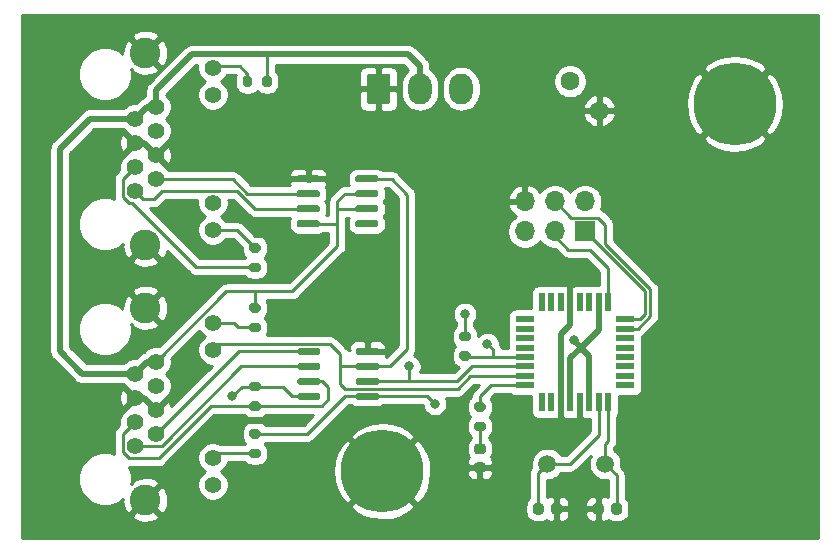
<source format=gtl>
G04 #@! TF.GenerationSoftware,KiCad,Pcbnew,(5.1.9)-1*
G04 #@! TF.CreationDate,2021-06-09T23:11:29+02:00*
G04 #@! TF.ProjectId,controller,636f6e74-726f-46c6-9c65-722e6b696361,rev?*
G04 #@! TF.SameCoordinates,Original*
G04 #@! TF.FileFunction,Copper,L1,Top*
G04 #@! TF.FilePolarity,Positive*
%FSLAX46Y46*%
G04 Gerber Fmt 4.6, Leading zero omitted, Abs format (unit mm)*
G04 Created by KiCad (PCBNEW (5.1.9)-1) date 2021-06-09 23:11:29*
%MOMM*%
%LPD*%
G01*
G04 APERTURE LIST*
G04 #@! TA.AperFunction,ComponentPad*
%ADD10C,1.400000*%
G04 #@! TD*
G04 #@! TA.AperFunction,ComponentPad*
%ADD11C,2.600000*%
G04 #@! TD*
G04 #@! TA.AperFunction,ComponentPad*
%ADD12O,1.700000X1.700000*%
G04 #@! TD*
G04 #@! TA.AperFunction,ComponentPad*
%ADD13R,1.700000X1.700000*%
G04 #@! TD*
G04 #@! TA.AperFunction,ComponentPad*
%ADD14C,1.600000*%
G04 #@! TD*
G04 #@! TA.AperFunction,SMDPad,CuDef*
%ADD15R,1.600000X0.550000*%
G04 #@! TD*
G04 #@! TA.AperFunction,SMDPad,CuDef*
%ADD16R,0.550000X1.600000*%
G04 #@! TD*
G04 #@! TA.AperFunction,ComponentPad*
%ADD17O,2.000000X2.600000*%
G04 #@! TD*
G04 #@! TA.AperFunction,ComponentPad*
%ADD18C,0.800000*%
G04 #@! TD*
G04 #@! TA.AperFunction,ComponentPad*
%ADD19C,7.000000*%
G04 #@! TD*
G04 #@! TA.AperFunction,ComponentPad*
%ADD20C,1.500000*%
G04 #@! TD*
G04 #@! TA.AperFunction,ViaPad*
%ADD21C,0.800000*%
G04 #@! TD*
G04 #@! TA.AperFunction,Conductor*
%ADD22C,0.250000*%
G04 #@! TD*
G04 #@! TA.AperFunction,Conductor*
%ADD23C,0.500000*%
G04 #@! TD*
G04 #@! TA.AperFunction,Conductor*
%ADD24C,0.254000*%
G04 #@! TD*
G04 #@! TA.AperFunction,Conductor*
%ADD25C,0.100000*%
G04 #@! TD*
G04 APERTURE END LIST*
G04 #@! TA.AperFunction,SMDPad,CuDef*
G36*
G01*
X119215000Y-100815000D02*
X119215000Y-101115000D01*
G75*
G02*
X119065000Y-101265000I-150000J0D01*
G01*
X117415000Y-101265000D01*
G75*
G02*
X117265000Y-101115000I0J150000D01*
G01*
X117265000Y-100815000D01*
G75*
G02*
X117415000Y-100665000I150000J0D01*
G01*
X119065000Y-100665000D01*
G75*
G02*
X119215000Y-100815000I0J-150000D01*
G01*
G37*
G04 #@! TD.AperFunction*
G04 #@! TA.AperFunction,SMDPad,CuDef*
G36*
G01*
X119215000Y-99545000D02*
X119215000Y-99845000D01*
G75*
G02*
X119065000Y-99995000I-150000J0D01*
G01*
X117415000Y-99995000D01*
G75*
G02*
X117265000Y-99845000I0J150000D01*
G01*
X117265000Y-99545000D01*
G75*
G02*
X117415000Y-99395000I150000J0D01*
G01*
X119065000Y-99395000D01*
G75*
G02*
X119215000Y-99545000I0J-150000D01*
G01*
G37*
G04 #@! TD.AperFunction*
G04 #@! TA.AperFunction,SMDPad,CuDef*
G36*
G01*
X119215000Y-98275000D02*
X119215000Y-98575000D01*
G75*
G02*
X119065000Y-98725000I-150000J0D01*
G01*
X117415000Y-98725000D01*
G75*
G02*
X117265000Y-98575000I0J150000D01*
G01*
X117265000Y-98275000D01*
G75*
G02*
X117415000Y-98125000I150000J0D01*
G01*
X119065000Y-98125000D01*
G75*
G02*
X119215000Y-98275000I0J-150000D01*
G01*
G37*
G04 #@! TD.AperFunction*
G04 #@! TA.AperFunction,SMDPad,CuDef*
G36*
G01*
X119215000Y-97005000D02*
X119215000Y-97305000D01*
G75*
G02*
X119065000Y-97455000I-150000J0D01*
G01*
X117415000Y-97455000D01*
G75*
G02*
X117265000Y-97305000I0J150000D01*
G01*
X117265000Y-97005000D01*
G75*
G02*
X117415000Y-96855000I150000J0D01*
G01*
X119065000Y-96855000D01*
G75*
G02*
X119215000Y-97005000I0J-150000D01*
G01*
G37*
G04 #@! TD.AperFunction*
G04 #@! TA.AperFunction,SMDPad,CuDef*
G36*
G01*
X124165000Y-97005000D02*
X124165000Y-97305000D01*
G75*
G02*
X124015000Y-97455000I-150000J0D01*
G01*
X122365000Y-97455000D01*
G75*
G02*
X122215000Y-97305000I0J150000D01*
G01*
X122215000Y-97005000D01*
G75*
G02*
X122365000Y-96855000I150000J0D01*
G01*
X124015000Y-96855000D01*
G75*
G02*
X124165000Y-97005000I0J-150000D01*
G01*
G37*
G04 #@! TD.AperFunction*
G04 #@! TA.AperFunction,SMDPad,CuDef*
G36*
G01*
X124165000Y-98275000D02*
X124165000Y-98575000D01*
G75*
G02*
X124015000Y-98725000I-150000J0D01*
G01*
X122365000Y-98725000D01*
G75*
G02*
X122215000Y-98575000I0J150000D01*
G01*
X122215000Y-98275000D01*
G75*
G02*
X122365000Y-98125000I150000J0D01*
G01*
X124015000Y-98125000D01*
G75*
G02*
X124165000Y-98275000I0J-150000D01*
G01*
G37*
G04 #@! TD.AperFunction*
G04 #@! TA.AperFunction,SMDPad,CuDef*
G36*
G01*
X124165000Y-99545000D02*
X124165000Y-99845000D01*
G75*
G02*
X124015000Y-99995000I-150000J0D01*
G01*
X122365000Y-99995000D01*
G75*
G02*
X122215000Y-99845000I0J150000D01*
G01*
X122215000Y-99545000D01*
G75*
G02*
X122365000Y-99395000I150000J0D01*
G01*
X124015000Y-99395000D01*
G75*
G02*
X124165000Y-99545000I0J-150000D01*
G01*
G37*
G04 #@! TD.AperFunction*
G04 #@! TA.AperFunction,SMDPad,CuDef*
G36*
G01*
X124165000Y-100815000D02*
X124165000Y-101115000D01*
G75*
G02*
X124015000Y-101265000I-150000J0D01*
G01*
X122365000Y-101265000D01*
G75*
G02*
X122215000Y-101115000I0J150000D01*
G01*
X122215000Y-100815000D01*
G75*
G02*
X122365000Y-100665000I150000J0D01*
G01*
X124015000Y-100665000D01*
G75*
G02*
X124165000Y-100815000I0J-150000D01*
G01*
G37*
G04 #@! TD.AperFunction*
G04 #@! TA.AperFunction,SMDPad,CuDef*
G36*
G01*
X119150000Y-86210000D02*
X119150000Y-86510000D01*
G75*
G02*
X119000000Y-86660000I-150000J0D01*
G01*
X117350000Y-86660000D01*
G75*
G02*
X117200000Y-86510000I0J150000D01*
G01*
X117200000Y-86210000D01*
G75*
G02*
X117350000Y-86060000I150000J0D01*
G01*
X119000000Y-86060000D01*
G75*
G02*
X119150000Y-86210000I0J-150000D01*
G01*
G37*
G04 #@! TD.AperFunction*
G04 #@! TA.AperFunction,SMDPad,CuDef*
G36*
G01*
X119150000Y-84940000D02*
X119150000Y-85240000D01*
G75*
G02*
X119000000Y-85390000I-150000J0D01*
G01*
X117350000Y-85390000D01*
G75*
G02*
X117200000Y-85240000I0J150000D01*
G01*
X117200000Y-84940000D01*
G75*
G02*
X117350000Y-84790000I150000J0D01*
G01*
X119000000Y-84790000D01*
G75*
G02*
X119150000Y-84940000I0J-150000D01*
G01*
G37*
G04 #@! TD.AperFunction*
G04 #@! TA.AperFunction,SMDPad,CuDef*
G36*
G01*
X119150000Y-83670000D02*
X119150000Y-83970000D01*
G75*
G02*
X119000000Y-84120000I-150000J0D01*
G01*
X117350000Y-84120000D01*
G75*
G02*
X117200000Y-83970000I0J150000D01*
G01*
X117200000Y-83670000D01*
G75*
G02*
X117350000Y-83520000I150000J0D01*
G01*
X119000000Y-83520000D01*
G75*
G02*
X119150000Y-83670000I0J-150000D01*
G01*
G37*
G04 #@! TD.AperFunction*
G04 #@! TA.AperFunction,SMDPad,CuDef*
G36*
G01*
X119150000Y-82400000D02*
X119150000Y-82700000D01*
G75*
G02*
X119000000Y-82850000I-150000J0D01*
G01*
X117350000Y-82850000D01*
G75*
G02*
X117200000Y-82700000I0J150000D01*
G01*
X117200000Y-82400000D01*
G75*
G02*
X117350000Y-82250000I150000J0D01*
G01*
X119000000Y-82250000D01*
G75*
G02*
X119150000Y-82400000I0J-150000D01*
G01*
G37*
G04 #@! TD.AperFunction*
G04 #@! TA.AperFunction,SMDPad,CuDef*
G36*
G01*
X124100000Y-82400000D02*
X124100000Y-82700000D01*
G75*
G02*
X123950000Y-82850000I-150000J0D01*
G01*
X122300000Y-82850000D01*
G75*
G02*
X122150000Y-82700000I0J150000D01*
G01*
X122150000Y-82400000D01*
G75*
G02*
X122300000Y-82250000I150000J0D01*
G01*
X123950000Y-82250000D01*
G75*
G02*
X124100000Y-82400000I0J-150000D01*
G01*
G37*
G04 #@! TD.AperFunction*
G04 #@! TA.AperFunction,SMDPad,CuDef*
G36*
G01*
X124100000Y-83670000D02*
X124100000Y-83970000D01*
G75*
G02*
X123950000Y-84120000I-150000J0D01*
G01*
X122300000Y-84120000D01*
G75*
G02*
X122150000Y-83970000I0J150000D01*
G01*
X122150000Y-83670000D01*
G75*
G02*
X122300000Y-83520000I150000J0D01*
G01*
X123950000Y-83520000D01*
G75*
G02*
X124100000Y-83670000I0J-150000D01*
G01*
G37*
G04 #@! TD.AperFunction*
G04 #@! TA.AperFunction,SMDPad,CuDef*
G36*
G01*
X124100000Y-84940000D02*
X124100000Y-85240000D01*
G75*
G02*
X123950000Y-85390000I-150000J0D01*
G01*
X122300000Y-85390000D01*
G75*
G02*
X122150000Y-85240000I0J150000D01*
G01*
X122150000Y-84940000D01*
G75*
G02*
X122300000Y-84790000I150000J0D01*
G01*
X123950000Y-84790000D01*
G75*
G02*
X124100000Y-84940000I0J-150000D01*
G01*
G37*
G04 #@! TD.AperFunction*
G04 #@! TA.AperFunction,SMDPad,CuDef*
G36*
G01*
X124100000Y-86210000D02*
X124100000Y-86510000D01*
G75*
G02*
X123950000Y-86660000I-150000J0D01*
G01*
X122300000Y-86660000D01*
G75*
G02*
X122150000Y-86510000I0J150000D01*
G01*
X122150000Y-86210000D01*
G75*
G02*
X122300000Y-86060000I150000J0D01*
G01*
X123950000Y-86060000D01*
G75*
G02*
X124100000Y-86210000I0J-150000D01*
G01*
G37*
G04 #@! TD.AperFunction*
G04 #@! TA.AperFunction,SMDPad,CuDef*
G36*
G01*
X113940000Y-88793000D02*
X113390000Y-88793000D01*
G75*
G02*
X113190000Y-88593000I0J200000D01*
G01*
X113190000Y-88193000D01*
G75*
G02*
X113390000Y-87993000I200000J0D01*
G01*
X113940000Y-87993000D01*
G75*
G02*
X114140000Y-88193000I0J-200000D01*
G01*
X114140000Y-88593000D01*
G75*
G02*
X113940000Y-88793000I-200000J0D01*
G01*
G37*
G04 #@! TD.AperFunction*
G04 #@! TA.AperFunction,SMDPad,CuDef*
G36*
G01*
X113940000Y-90443000D02*
X113390000Y-90443000D01*
G75*
G02*
X113190000Y-90243000I0J200000D01*
G01*
X113190000Y-89843000D01*
G75*
G02*
X113390000Y-89643000I200000J0D01*
G01*
X113940000Y-89643000D01*
G75*
G02*
X114140000Y-89843000I0J-200000D01*
G01*
X114140000Y-90243000D01*
G75*
G02*
X113940000Y-90443000I-200000J0D01*
G01*
G37*
G04 #@! TD.AperFunction*
G04 #@! TA.AperFunction,SMDPad,CuDef*
G36*
G01*
X113430000Y-74020000D02*
X113430000Y-74570000D01*
G75*
G02*
X113230000Y-74770000I-200000J0D01*
G01*
X112830000Y-74770000D01*
G75*
G02*
X112630000Y-74570000I0J200000D01*
G01*
X112630000Y-74020000D01*
G75*
G02*
X112830000Y-73820000I200000J0D01*
G01*
X113230000Y-73820000D01*
G75*
G02*
X113430000Y-74020000I0J-200000D01*
G01*
G37*
G04 #@! TD.AperFunction*
G04 #@! TA.AperFunction,SMDPad,CuDef*
G36*
G01*
X115080000Y-74020000D02*
X115080000Y-74570000D01*
G75*
G02*
X114880000Y-74770000I-200000J0D01*
G01*
X114480000Y-74770000D01*
G75*
G02*
X114280000Y-74570000I0J200000D01*
G01*
X114280000Y-74020000D01*
G75*
G02*
X114480000Y-73820000I200000J0D01*
G01*
X114880000Y-73820000D01*
G75*
G02*
X115080000Y-74020000I0J-200000D01*
G01*
G37*
G04 #@! TD.AperFunction*
G04 #@! TA.AperFunction,SMDPad,CuDef*
G36*
G01*
X113390000Y-105390000D02*
X113940000Y-105390000D01*
G75*
G02*
X114140000Y-105590000I0J-200000D01*
G01*
X114140000Y-105990000D01*
G75*
G02*
X113940000Y-106190000I-200000J0D01*
G01*
X113390000Y-106190000D01*
G75*
G02*
X113190000Y-105990000I0J200000D01*
G01*
X113190000Y-105590000D01*
G75*
G02*
X113390000Y-105390000I200000J0D01*
G01*
G37*
G04 #@! TD.AperFunction*
G04 #@! TA.AperFunction,SMDPad,CuDef*
G36*
G01*
X113390000Y-103740000D02*
X113940000Y-103740000D01*
G75*
G02*
X114140000Y-103940000I0J-200000D01*
G01*
X114140000Y-104340000D01*
G75*
G02*
X113940000Y-104540000I-200000J0D01*
G01*
X113390000Y-104540000D01*
G75*
G02*
X113190000Y-104340000I0J200000D01*
G01*
X113190000Y-103940000D01*
G75*
G02*
X113390000Y-103740000I200000J0D01*
G01*
G37*
G04 #@! TD.AperFunction*
G04 #@! TA.AperFunction,SMDPad,CuDef*
G36*
G01*
X113390000Y-94723000D02*
X113940000Y-94723000D01*
G75*
G02*
X114140000Y-94923000I0J-200000D01*
G01*
X114140000Y-95323000D01*
G75*
G02*
X113940000Y-95523000I-200000J0D01*
G01*
X113390000Y-95523000D01*
G75*
G02*
X113190000Y-95323000I0J200000D01*
G01*
X113190000Y-94923000D01*
G75*
G02*
X113390000Y-94723000I200000J0D01*
G01*
G37*
G04 #@! TD.AperFunction*
G04 #@! TA.AperFunction,SMDPad,CuDef*
G36*
G01*
X113390000Y-93073000D02*
X113940000Y-93073000D01*
G75*
G02*
X114140000Y-93273000I0J-200000D01*
G01*
X114140000Y-93673000D01*
G75*
G02*
X113940000Y-93873000I-200000J0D01*
G01*
X113390000Y-93873000D01*
G75*
G02*
X113190000Y-93673000I0J200000D01*
G01*
X113190000Y-93273000D01*
G75*
G02*
X113390000Y-93073000I200000J0D01*
G01*
G37*
G04 #@! TD.AperFunction*
D10*
X110105000Y-73150000D03*
X110105000Y-75440000D03*
X110105000Y-84580000D03*
X110105000Y-86870000D03*
X105285000Y-76440000D03*
X103505000Y-77460000D03*
X105285000Y-78480000D03*
X103505000Y-79500000D03*
X105285000Y-80520000D03*
X103505000Y-81540000D03*
X105285000Y-82560000D03*
X103505000Y-83580000D03*
D11*
X104395000Y-88140000D03*
X104395000Y-71880000D03*
D10*
X110105000Y-94740000D03*
X110105000Y-97030000D03*
X110105000Y-106170000D03*
X110105000Y-108460000D03*
X105285000Y-98030000D03*
X103505000Y-99050000D03*
X105285000Y-100070000D03*
X103505000Y-101090000D03*
X105285000Y-102110000D03*
X103505000Y-103130000D03*
X105285000Y-104150000D03*
X103505000Y-105170000D03*
D11*
X104395000Y-109730000D03*
X104395000Y-93470000D03*
D12*
X136525000Y-84455000D03*
X136525000Y-86995000D03*
X139065000Y-84455000D03*
X139065000Y-86995000D03*
X141605000Y-84455000D03*
D13*
X141605000Y-86995000D03*
D14*
X142809874Y-76769874D03*
X140335000Y-74295000D03*
D15*
X136525000Y-100025000D03*
X136525000Y-99225000D03*
X136525000Y-98425000D03*
X136525000Y-97625000D03*
X136525000Y-96825000D03*
X136525000Y-96025000D03*
X136525000Y-95225000D03*
X136525000Y-94425000D03*
D16*
X137975000Y-92975000D03*
X138775000Y-92975000D03*
X139575000Y-92975000D03*
X140375000Y-92975000D03*
X141175000Y-92975000D03*
X141975000Y-92975000D03*
X142775000Y-92975000D03*
X143575000Y-92975000D03*
D15*
X145025000Y-94425000D03*
X145025000Y-95225000D03*
X145025000Y-96025000D03*
X145025000Y-96825000D03*
X145025000Y-97625000D03*
X145025000Y-98425000D03*
X145025000Y-99225000D03*
X145025000Y-100025000D03*
D16*
X143575000Y-101475000D03*
X142775000Y-101475000D03*
X141975000Y-101475000D03*
X141175000Y-101475000D03*
X140375000Y-101475000D03*
X139575000Y-101475000D03*
X138775000Y-101475000D03*
X137975000Y-101475000D03*
D17*
X131135000Y-74930000D03*
X127635000Y-74930000D03*
G04 #@! TA.AperFunction,ComponentPad*
G36*
G01*
X123135000Y-75980000D02*
X123135000Y-73880000D01*
G75*
G02*
X123385000Y-73630000I250000J0D01*
G01*
X124885000Y-73630000D01*
G75*
G02*
X125135000Y-73880000I0J-250000D01*
G01*
X125135000Y-75980000D01*
G75*
G02*
X124885000Y-76230000I-250000J0D01*
G01*
X123385000Y-76230000D01*
G75*
G02*
X123135000Y-75980000I0J250000D01*
G01*
G37*
G04 #@! TD.AperFunction*
D18*
X156161155Y-78056155D03*
X154305000Y-78825000D03*
X152448845Y-78056155D03*
X151680000Y-76200000D03*
X152448845Y-74343845D03*
X154305000Y-73575000D03*
X156161155Y-74343845D03*
X156930000Y-76200000D03*
D19*
X154305000Y-76200000D03*
D18*
X126316155Y-105458845D03*
X124460000Y-104690000D03*
X122603845Y-105458845D03*
X121835000Y-107315000D03*
X122603845Y-109171155D03*
X124460000Y-109940000D03*
X126316155Y-109171155D03*
X127085000Y-107315000D03*
D19*
X124460000Y-107315000D03*
D20*
X143310000Y-106680000D03*
X138430000Y-106680000D03*
G04 #@! TA.AperFunction,SMDPad,CuDef*
G36*
G01*
X132990000Y-102255000D02*
X132440000Y-102255000D01*
G75*
G02*
X132240000Y-102055000I0J200000D01*
G01*
X132240000Y-101655000D01*
G75*
G02*
X132440000Y-101455000I200000J0D01*
G01*
X132990000Y-101455000D01*
G75*
G02*
X133190000Y-101655000I0J-200000D01*
G01*
X133190000Y-102055000D01*
G75*
G02*
X132990000Y-102255000I-200000J0D01*
G01*
G37*
G04 #@! TD.AperFunction*
G04 #@! TA.AperFunction,SMDPad,CuDef*
G36*
G01*
X132990000Y-103905000D02*
X132440000Y-103905000D01*
G75*
G02*
X132240000Y-103705000I0J200000D01*
G01*
X132240000Y-103305000D01*
G75*
G02*
X132440000Y-103105000I200000J0D01*
G01*
X132990000Y-103105000D01*
G75*
G02*
X133190000Y-103305000I0J-200000D01*
G01*
X133190000Y-103705000D01*
G75*
G02*
X132990000Y-103905000I-200000J0D01*
G01*
G37*
G04 #@! TD.AperFunction*
G04 #@! TA.AperFunction,SMDPad,CuDef*
G36*
G01*
X132971250Y-105847500D02*
X132458750Y-105847500D01*
G75*
G02*
X132240000Y-105628750I0J218750D01*
G01*
X132240000Y-105191250D01*
G75*
G02*
X132458750Y-104972500I218750J0D01*
G01*
X132971250Y-104972500D01*
G75*
G02*
X133190000Y-105191250I0J-218750D01*
G01*
X133190000Y-105628750D01*
G75*
G02*
X132971250Y-105847500I-218750J0D01*
G01*
G37*
G04 #@! TD.AperFunction*
G04 #@! TA.AperFunction,SMDPad,CuDef*
G36*
G01*
X132971250Y-107422500D02*
X132458750Y-107422500D01*
G75*
G02*
X132240000Y-107203750I0J218750D01*
G01*
X132240000Y-106766250D01*
G75*
G02*
X132458750Y-106547500I218750J0D01*
G01*
X132971250Y-106547500D01*
G75*
G02*
X133190000Y-106766250I0J-218750D01*
G01*
X133190000Y-107203750D01*
G75*
G02*
X132971250Y-107422500I-218750J0D01*
G01*
G37*
G04 #@! TD.AperFunction*
G04 #@! TA.AperFunction,SMDPad,CuDef*
G36*
G01*
X131720000Y-96285000D02*
X131170000Y-96285000D01*
G75*
G02*
X130970000Y-96085000I0J200000D01*
G01*
X130970000Y-95685000D01*
G75*
G02*
X131170000Y-95485000I200000J0D01*
G01*
X131720000Y-95485000D01*
G75*
G02*
X131920000Y-95685000I0J-200000D01*
G01*
X131920000Y-96085000D01*
G75*
G02*
X131720000Y-96285000I-200000J0D01*
G01*
G37*
G04 #@! TD.AperFunction*
G04 #@! TA.AperFunction,SMDPad,CuDef*
G36*
G01*
X131720000Y-97935000D02*
X131170000Y-97935000D01*
G75*
G02*
X130970000Y-97735000I0J200000D01*
G01*
X130970000Y-97335000D01*
G75*
G02*
X131170000Y-97135000I200000J0D01*
G01*
X131720000Y-97135000D01*
G75*
G02*
X131920000Y-97335000I0J-200000D01*
G01*
X131920000Y-97735000D01*
G75*
G02*
X131720000Y-97935000I-200000J0D01*
G01*
G37*
G04 #@! TD.AperFunction*
G04 #@! TA.AperFunction,SMDPad,CuDef*
G36*
G01*
X113940000Y-100540000D02*
X113390000Y-100540000D01*
G75*
G02*
X113190000Y-100340000I0J200000D01*
G01*
X113190000Y-99940000D01*
G75*
G02*
X113390000Y-99740000I200000J0D01*
G01*
X113940000Y-99740000D01*
G75*
G02*
X114140000Y-99940000I0J-200000D01*
G01*
X114140000Y-100340000D01*
G75*
G02*
X113940000Y-100540000I-200000J0D01*
G01*
G37*
G04 #@! TD.AperFunction*
G04 #@! TA.AperFunction,SMDPad,CuDef*
G36*
G01*
X113940000Y-102190000D02*
X113390000Y-102190000D01*
G75*
G02*
X113190000Y-101990000I0J200000D01*
G01*
X113190000Y-101590000D01*
G75*
G02*
X113390000Y-101390000I200000J0D01*
G01*
X113940000Y-101390000D01*
G75*
G02*
X114140000Y-101590000I0J-200000D01*
G01*
X114140000Y-101990000D01*
G75*
G02*
X113940000Y-102190000I-200000J0D01*
G01*
G37*
G04 #@! TD.AperFunction*
G04 #@! TA.AperFunction,SMDPad,CuDef*
G36*
G01*
X143835000Y-110740000D02*
X143835000Y-110240000D01*
G75*
G02*
X144060000Y-110015000I225000J0D01*
G01*
X144510000Y-110015000D01*
G75*
G02*
X144735000Y-110240000I0J-225000D01*
G01*
X144735000Y-110740000D01*
G75*
G02*
X144510000Y-110965000I-225000J0D01*
G01*
X144060000Y-110965000D01*
G75*
G02*
X143835000Y-110740000I0J225000D01*
G01*
G37*
G04 #@! TD.AperFunction*
G04 #@! TA.AperFunction,SMDPad,CuDef*
G36*
G01*
X142285000Y-110740000D02*
X142285000Y-110240000D01*
G75*
G02*
X142510000Y-110015000I225000J0D01*
G01*
X142960000Y-110015000D01*
G75*
G02*
X143185000Y-110240000I0J-225000D01*
G01*
X143185000Y-110740000D01*
G75*
G02*
X142960000Y-110965000I-225000J0D01*
G01*
X142510000Y-110965000D01*
G75*
G02*
X142285000Y-110740000I0J225000D01*
G01*
G37*
G04 #@! TD.AperFunction*
G04 #@! TA.AperFunction,SMDPad,CuDef*
G36*
G01*
X138755000Y-110740000D02*
X138755000Y-110240000D01*
G75*
G02*
X138980000Y-110015000I225000J0D01*
G01*
X139430000Y-110015000D01*
G75*
G02*
X139655000Y-110240000I0J-225000D01*
G01*
X139655000Y-110740000D01*
G75*
G02*
X139430000Y-110965000I-225000J0D01*
G01*
X138980000Y-110965000D01*
G75*
G02*
X138755000Y-110740000I0J225000D01*
G01*
G37*
G04 #@! TD.AperFunction*
G04 #@! TA.AperFunction,SMDPad,CuDef*
G36*
G01*
X137205000Y-110740000D02*
X137205000Y-110240000D01*
G75*
G02*
X137430000Y-110015000I225000J0D01*
G01*
X137880000Y-110015000D01*
G75*
G02*
X138105000Y-110240000I0J-225000D01*
G01*
X138105000Y-110740000D01*
G75*
G02*
X137880000Y-110965000I-225000J0D01*
G01*
X137430000Y-110965000D01*
G75*
G02*
X137205000Y-110740000I0J225000D01*
G01*
G37*
G04 #@! TD.AperFunction*
D21*
X139065000Y-90170000D03*
X123190000Y-90170000D03*
X116586000Y-88773000D03*
X107188000Y-85471000D03*
X131445000Y-93980000D03*
X140652503Y-96202503D03*
X128905000Y-101600000D03*
X133350000Y-96520000D03*
X126746000Y-98425000D03*
X111760000Y-100965000D03*
D22*
X139575000Y-101475000D02*
X139700000Y-101600000D01*
D23*
X141175000Y-103505000D02*
X139575000Y-103505000D01*
X141175000Y-101475000D02*
X141175000Y-103505000D01*
X139575000Y-103505000D02*
X139575000Y-101475000D01*
X139575000Y-97665000D02*
X139575000Y-101475000D01*
X139575000Y-95698499D02*
X139575000Y-97665000D01*
X140375000Y-94898499D02*
X139575000Y-95698499D01*
X140375000Y-92975000D02*
X140375000Y-94898499D01*
X140375000Y-91480000D02*
X139065000Y-90170000D01*
X140375000Y-92975000D02*
X140375000Y-91480000D01*
X104265000Y-79500000D02*
X105285000Y-80520000D01*
X103505000Y-79500000D02*
X104265000Y-79500000D01*
X103505000Y-101090000D02*
X104265000Y-101090000D01*
X105285000Y-102110000D02*
X104265000Y-101090000D01*
D22*
X142775000Y-101475000D02*
X142775000Y-104240000D01*
X140335000Y-106680000D02*
X138430000Y-106680000D01*
X142775000Y-104240000D02*
X140335000Y-106680000D01*
X137655000Y-107455000D02*
X137655000Y-110490000D01*
X138430000Y-106680000D02*
X137655000Y-107455000D01*
X143310000Y-106680000D02*
X143310000Y-104975000D01*
X143575000Y-104710000D02*
X143575000Y-101475000D01*
X143310000Y-104975000D02*
X143575000Y-104710000D01*
X144285000Y-107655000D02*
X144285000Y-110490000D01*
X143310000Y-106680000D02*
X144285000Y-107655000D01*
D23*
X142775000Y-92975000D02*
X142775000Y-95350000D01*
X140375000Y-97750000D02*
X140375000Y-101475000D01*
X141975000Y-97525000D02*
X141287500Y-96837500D01*
X141975000Y-101475000D02*
X141975000Y-97525000D01*
X141287500Y-96837500D02*
X140375000Y-97750000D01*
X142775000Y-95350000D02*
X141287500Y-96837500D01*
D22*
X131445000Y-93980000D02*
X131445000Y-95885000D01*
D23*
X141287500Y-96837500D02*
X140652503Y-96202503D01*
X104525000Y-98030000D02*
X103505000Y-99050000D01*
X105285000Y-98030000D02*
X104525000Y-98030000D01*
X104525000Y-76440000D02*
X103505000Y-77460000D01*
X105285000Y-76440000D02*
X104525000Y-76440000D01*
X105285000Y-76440000D02*
X105285000Y-75055000D01*
X105285000Y-75055000D02*
X108340001Y-71999999D01*
X108340001Y-71999999D02*
X116449999Y-71999999D01*
D22*
X111240000Y-92075000D02*
X105285000Y-98030000D01*
X113665000Y-92075000D02*
X111240000Y-92075000D01*
D23*
X126609999Y-71999999D02*
X127635000Y-73025000D01*
X127635000Y-73025000D02*
X127635000Y-74930000D01*
X116449999Y-71999999D02*
X126609999Y-71999999D01*
D22*
X114690001Y-71999999D02*
X116449999Y-71999999D01*
X114680000Y-72010000D02*
X114690001Y-71999999D01*
X114680000Y-74295000D02*
X114680000Y-72010000D01*
X123125000Y-83820000D02*
X121285000Y-83820000D01*
X121285000Y-83820000D02*
X120650000Y-84455000D01*
X123125000Y-85090000D02*
X120650000Y-85090000D01*
X120650000Y-84455000D02*
X120650000Y-85090000D01*
D23*
X99705000Y-77460000D02*
X103505000Y-77460000D01*
X97155000Y-80010000D02*
X99705000Y-77460000D01*
X99050000Y-99050000D02*
X97155000Y-97155000D01*
X97155000Y-97155000D02*
X97155000Y-80010000D01*
X103505000Y-99050000D02*
X99050000Y-99050000D01*
D22*
X120650000Y-86360000D02*
X118175000Y-86360000D01*
X120650000Y-85090000D02*
X120650000Y-86360000D01*
X120650000Y-86360000D02*
X120650000Y-88265000D01*
X116840000Y-92075000D02*
X113665000Y-92075000D01*
X120650000Y-88265000D02*
X116840000Y-92075000D01*
X123190000Y-100965000D02*
X121285000Y-100965000D01*
X118110000Y-104140000D02*
X113665000Y-104140000D01*
X121285000Y-100965000D02*
X118110000Y-104140000D01*
X128270000Y-100965000D02*
X123190000Y-100965000D01*
X128905000Y-101600000D02*
X128270000Y-100965000D01*
X113665000Y-93473000D02*
X113665000Y-92075000D01*
X131535000Y-97625000D02*
X131445000Y-97535000D01*
X133820000Y-96990000D02*
X133350000Y-96520000D01*
X133820000Y-97625000D02*
X133820000Y-96990000D01*
X136525000Y-97625000D02*
X133820000Y-97625000D01*
X133820000Y-97625000D02*
X131535000Y-97625000D01*
X146076410Y-95225000D02*
X145025000Y-95225000D01*
X147135010Y-91888600D02*
X147135010Y-94166400D01*
X143319001Y-88072591D02*
X147135010Y-91888600D01*
X143319001Y-86423999D02*
X143319001Y-88072591D01*
X142715001Y-85819999D02*
X143319001Y-86423999D01*
X147135010Y-94166400D02*
X146076410Y-95225000D01*
X140429999Y-85819999D02*
X142715001Y-85819999D01*
X139065000Y-84455000D02*
X140429999Y-85819999D01*
X139065000Y-86995000D02*
X139065000Y-87415000D01*
X143575000Y-92975000D02*
X143575000Y-90108000D01*
X142005500Y-88538500D02*
X140188500Y-88538500D01*
X143575000Y-90108000D02*
X142005500Y-88538500D01*
X139065000Y-87415000D02*
X140188500Y-88538500D01*
X145415000Y-90805000D02*
X141605000Y-86995000D01*
X146685000Y-92075000D02*
X145415000Y-90805000D01*
X146685000Y-93980000D02*
X146685000Y-92075000D01*
X146240000Y-94425000D02*
X146685000Y-93980000D01*
X145025000Y-94425000D02*
X146240000Y-94425000D01*
X136525000Y-98425000D02*
X132080000Y-98425000D01*
X132080000Y-98425000D02*
X130810000Y-99695000D01*
X125730000Y-99695000D02*
X123190000Y-99695000D01*
X130810000Y-99695000D02*
X128270000Y-99695000D01*
X126746000Y-99695000D02*
X126746000Y-98425000D01*
X128270000Y-99695000D02*
X126746000Y-99695000D01*
X126746000Y-99695000D02*
X125730000Y-99695000D01*
X136525000Y-100025000D02*
X133655000Y-100025000D01*
X132715000Y-100965000D02*
X132715000Y-101855000D01*
X133655000Y-100025000D02*
X132715000Y-100965000D01*
X132715000Y-103505000D02*
X132715000Y-105410000D01*
X113665000Y-95123000D02*
X112268000Y-95123000D01*
X111885000Y-94740000D02*
X110105000Y-94740000D01*
X112268000Y-95123000D02*
X111885000Y-94740000D01*
X110485000Y-105790000D02*
X110105000Y-106170000D01*
X113665000Y-105790000D02*
X110485000Y-105790000D01*
X110230000Y-73025000D02*
X110105000Y-73150000D01*
X112395000Y-73025000D02*
X110230000Y-73025000D01*
X113030000Y-73660000D02*
X112395000Y-73025000D01*
X113030000Y-74295000D02*
X113030000Y-73660000D01*
X102479999Y-82565001D02*
X103505000Y-81540000D01*
X102479999Y-84072001D02*
X102479999Y-82565001D01*
X103265003Y-84605001D02*
X103012999Y-84605001D01*
X108703002Y-90043000D02*
X103265003Y-84605001D01*
X103012999Y-84605001D02*
X102479999Y-84072001D01*
X113665000Y-90043000D02*
X108703002Y-90043000D01*
X118240000Y-100965000D02*
X116840000Y-100965000D01*
X116015000Y-100140000D02*
X113665000Y-100140000D01*
X116840000Y-100965000D02*
X116015000Y-100140000D01*
X112585000Y-100140000D02*
X111760000Y-100965000D01*
X113665000Y-100140000D02*
X112585000Y-100140000D01*
X119317000Y-101790000D02*
X113665000Y-101790000D01*
X119888000Y-101219000D02*
X119317000Y-101790000D01*
X119888000Y-100203000D02*
X119888000Y-101219000D01*
X119380000Y-99695000D02*
X119888000Y-100203000D01*
X118240000Y-99695000D02*
X119380000Y-99695000D01*
X102479999Y-104155001D02*
X103505000Y-103130000D01*
X102479999Y-105662001D02*
X102479999Y-104155001D01*
X103012999Y-106195001D02*
X102479999Y-105662001D01*
X105513999Y-106195001D02*
X103012999Y-106195001D01*
X109919000Y-101790000D02*
X105513999Y-106195001D01*
X113665000Y-101790000D02*
X109919000Y-101790000D01*
X112280000Y-97155000D02*
X105285000Y-104150000D01*
X118240000Y-97155000D02*
X112280000Y-97155000D01*
X103510001Y-105175001D02*
X103505000Y-105170000D01*
X105777001Y-105175001D02*
X103510001Y-105175001D01*
X112527002Y-98425000D02*
X105777001Y-105175001D01*
X118240000Y-98425000D02*
X112527002Y-98425000D01*
X111772820Y-82560000D02*
X105285000Y-82560000D01*
X113032820Y-83820000D02*
X111772820Y-82560000D01*
X118175000Y-83820000D02*
X113032820Y-83820000D01*
X104204999Y-84279999D02*
X103505000Y-83580000D01*
X105807003Y-83554999D02*
X105082003Y-84279999D01*
X105082003Y-84279999D02*
X104204999Y-84279999D01*
X112131409Y-83554999D02*
X105807003Y-83554999D01*
X113666410Y-85090000D02*
X112131409Y-83554999D01*
X118175000Y-85090000D02*
X113666410Y-85090000D01*
X125232500Y-82550000D02*
X123125000Y-82550000D01*
X126555000Y-83872500D02*
X125232500Y-82550000D01*
X125095000Y-98425000D02*
X126555000Y-96965000D01*
X123190000Y-98425000D02*
X125095000Y-98425000D01*
X126555000Y-93282000D02*
X126555000Y-83872500D01*
X126555000Y-96965000D02*
X126555000Y-93282000D01*
X120904000Y-98425000D02*
X123190000Y-98425000D01*
X120904000Y-99949000D02*
X120904000Y-98425000D01*
X121275010Y-100320010D02*
X120904000Y-99949000D01*
X130821400Y-100320010D02*
X121275010Y-100320010D01*
X131916410Y-99225000D02*
X130821400Y-100320010D01*
X136525000Y-99225000D02*
X131916410Y-99225000D01*
X110605010Y-96529990D02*
X110105000Y-97030000D01*
X120024990Y-96529990D02*
X110605010Y-96529990D01*
X120904000Y-97409000D02*
X120024990Y-96529990D01*
X120904000Y-98425000D02*
X120904000Y-97409000D01*
X112142000Y-86870000D02*
X113665000Y-88393000D01*
X110105000Y-86870000D02*
X112142000Y-86870000D01*
D24*
X161367001Y-112980000D02*
X93903000Y-112980000D01*
X93903000Y-111079224D01*
X103225381Y-111079224D01*
X103357317Y-111374312D01*
X103698045Y-111545159D01*
X104065557Y-111646250D01*
X104445729Y-111673701D01*
X104823951Y-111626457D01*
X105185690Y-111506333D01*
X105432683Y-111374312D01*
X105564619Y-111079224D01*
X104395000Y-109909605D01*
X103225381Y-111079224D01*
X93903000Y-111079224D01*
X93903000Y-101164473D01*
X102165610Y-101164473D01*
X102205875Y-101424344D01*
X102296065Y-101671366D01*
X102349963Y-101772203D01*
X102583731Y-101831664D01*
X103325395Y-101090000D01*
X102583731Y-100348336D01*
X102349963Y-100407797D01*
X102239066Y-100646242D01*
X102176817Y-100901740D01*
X102165610Y-101164473D01*
X93903000Y-101164473D01*
X93903000Y-80010000D01*
X96265719Y-80010000D01*
X96270001Y-80053479D01*
X96270000Y-97111531D01*
X96265719Y-97155000D01*
X96270000Y-97198469D01*
X96270000Y-97198476D01*
X96282805Y-97328489D01*
X96333411Y-97495312D01*
X96415589Y-97649058D01*
X96526183Y-97783817D01*
X96559956Y-97811534D01*
X98393470Y-99645049D01*
X98421183Y-99678817D01*
X98454951Y-99706530D01*
X98454953Y-99706532D01*
X98540209Y-99776500D01*
X98555941Y-99789411D01*
X98709687Y-99871589D01*
X98876510Y-99922195D01*
X99006523Y-99935000D01*
X99006531Y-99935000D01*
X99050000Y-99939281D01*
X99093469Y-99935000D01*
X102502025Y-99935000D01*
X102653987Y-100086962D01*
X102765229Y-100161291D01*
X102763336Y-100168731D01*
X103505000Y-100910395D01*
X103519143Y-100896253D01*
X103698748Y-101075858D01*
X103684605Y-101090000D01*
X103698748Y-101104143D01*
X103519143Y-101283748D01*
X103505000Y-101269605D01*
X102763336Y-102011269D01*
X102765229Y-102018709D01*
X102653987Y-102093038D01*
X102468038Y-102278987D01*
X102321939Y-102497641D01*
X102221304Y-102740595D01*
X102170000Y-102998514D01*
X102170000Y-103261486D01*
X102191355Y-103368844D01*
X101968997Y-103591202D01*
X101939999Y-103615000D01*
X101916201Y-103643998D01*
X101916200Y-103643999D01*
X101845025Y-103730725D01*
X101774453Y-103862755D01*
X101767310Y-103886304D01*
X101735548Y-103991014D01*
X101730997Y-104006016D01*
X101716323Y-104155001D01*
X101720000Y-104192333D01*
X101719999Y-105624678D01*
X101716323Y-105662001D01*
X101719999Y-105699323D01*
X101719999Y-105699333D01*
X101730996Y-105810986D01*
X101734498Y-105822530D01*
X101624218Y-105776851D01*
X101187591Y-105690000D01*
X100742409Y-105690000D01*
X100305782Y-105776851D01*
X99894489Y-105947214D01*
X99524334Y-106194544D01*
X99209544Y-106509334D01*
X98962214Y-106879489D01*
X98791851Y-107290782D01*
X98705000Y-107727409D01*
X98705000Y-108172591D01*
X98791851Y-108609218D01*
X98962214Y-109020511D01*
X99209544Y-109390666D01*
X99524334Y-109705456D01*
X99894489Y-109952786D01*
X100305782Y-110123149D01*
X100742409Y-110210000D01*
X101187591Y-110210000D01*
X101624218Y-110123149D01*
X102035511Y-109952786D01*
X102405666Y-109705456D01*
X102460709Y-109650413D01*
X102451299Y-109780729D01*
X102498543Y-110158951D01*
X102618667Y-110520690D01*
X102750688Y-110767683D01*
X103045776Y-110899619D01*
X104215395Y-109730000D01*
X104574605Y-109730000D01*
X105744224Y-110899619D01*
X106039312Y-110767683D01*
X106210159Y-110426955D01*
X106264567Y-110229155D01*
X121725450Y-110229155D01*
X122121634Y-110749550D01*
X122836612Y-111139748D01*
X123613976Y-111382964D01*
X124423853Y-111469851D01*
X125235118Y-111397069D01*
X126016597Y-111167415D01*
X126738256Y-110789715D01*
X126798366Y-110749550D01*
X127194550Y-110229155D01*
X124460000Y-107494605D01*
X121725450Y-110229155D01*
X106264567Y-110229155D01*
X106311250Y-110059443D01*
X106338701Y-109679271D01*
X106291457Y-109301049D01*
X106171333Y-108939310D01*
X106039312Y-108692317D01*
X105744224Y-108560381D01*
X104574605Y-109730000D01*
X104215395Y-109730000D01*
X104201253Y-109715858D01*
X104380858Y-109536253D01*
X104395000Y-109550395D01*
X105564619Y-108380776D01*
X105432683Y-108085688D01*
X105091955Y-107914841D01*
X104724443Y-107813750D01*
X104344271Y-107786299D01*
X103966049Y-107833543D01*
X103604310Y-107953667D01*
X103357317Y-108085688D01*
X103225382Y-108380774D01*
X103190523Y-108345915D01*
X103225000Y-108172591D01*
X103225000Y-107727409D01*
X103138149Y-107290782D01*
X103000059Y-106957402D01*
X103012999Y-106958677D01*
X103050322Y-106955001D01*
X105476677Y-106955001D01*
X105513999Y-106958677D01*
X105551321Y-106955001D01*
X105551332Y-106955001D01*
X105662985Y-106944004D01*
X105806246Y-106900547D01*
X105938275Y-106829975D01*
X106054000Y-106735002D01*
X106077804Y-106705997D01*
X110233802Y-102550000D01*
X112770635Y-102550000D01*
X112797394Y-102582606D01*
X112924392Y-102686831D01*
X113069284Y-102764278D01*
X113226500Y-102811969D01*
X113390000Y-102828072D01*
X113940000Y-102828072D01*
X114103500Y-102811969D01*
X114260716Y-102764278D01*
X114405608Y-102686831D01*
X114532606Y-102582606D01*
X114559365Y-102550000D01*
X118625199Y-102550000D01*
X117795199Y-103380000D01*
X114559365Y-103380000D01*
X114532606Y-103347394D01*
X114405608Y-103243169D01*
X114260716Y-103165722D01*
X114103500Y-103118031D01*
X113940000Y-103101928D01*
X113390000Y-103101928D01*
X113226500Y-103118031D01*
X113069284Y-103165722D01*
X112924392Y-103243169D01*
X112797394Y-103347394D01*
X112693169Y-103474392D01*
X112615722Y-103619284D01*
X112568031Y-103776500D01*
X112551928Y-103940000D01*
X112551928Y-104340000D01*
X112568031Y-104503500D01*
X112615722Y-104660716D01*
X112693169Y-104805608D01*
X112797394Y-104932606D01*
X112836866Y-104965000D01*
X112797394Y-104997394D01*
X112770635Y-105030000D01*
X110801805Y-105030000D01*
X110737359Y-104986939D01*
X110494405Y-104886304D01*
X110236486Y-104835000D01*
X109973514Y-104835000D01*
X109715595Y-104886304D01*
X109472641Y-104986939D01*
X109253987Y-105133038D01*
X109068038Y-105318987D01*
X108921939Y-105537641D01*
X108821304Y-105780595D01*
X108770000Y-106038514D01*
X108770000Y-106301486D01*
X108821304Y-106559405D01*
X108921939Y-106802359D01*
X109068038Y-107021013D01*
X109253987Y-107206962D01*
X109415678Y-107315000D01*
X109253987Y-107423038D01*
X109068038Y-107608987D01*
X108921939Y-107827641D01*
X108821304Y-108070595D01*
X108770000Y-108328514D01*
X108770000Y-108591486D01*
X108821304Y-108849405D01*
X108921939Y-109092359D01*
X109068038Y-109311013D01*
X109253987Y-109496962D01*
X109472641Y-109643061D01*
X109715595Y-109743696D01*
X109973514Y-109795000D01*
X110236486Y-109795000D01*
X110494405Y-109743696D01*
X110737359Y-109643061D01*
X110956013Y-109496962D01*
X111141962Y-109311013D01*
X111288061Y-109092359D01*
X111388696Y-108849405D01*
X111440000Y-108591486D01*
X111440000Y-108328514D01*
X111388696Y-108070595D01*
X111288061Y-107827641D01*
X111141962Y-107608987D01*
X110956013Y-107423038D01*
X110794322Y-107315000D01*
X110848420Y-107278853D01*
X120305149Y-107278853D01*
X120377931Y-108090118D01*
X120607585Y-108871597D01*
X120985285Y-109593256D01*
X121025450Y-109653366D01*
X121545845Y-110049550D01*
X124280395Y-107315000D01*
X124639605Y-107315000D01*
X127374155Y-110049550D01*
X127894550Y-109653366D01*
X128284748Y-108938388D01*
X128527964Y-108161024D01*
X128607195Y-107422500D01*
X131601928Y-107422500D01*
X131614188Y-107546982D01*
X131650498Y-107666680D01*
X131709463Y-107776994D01*
X131788815Y-107873685D01*
X131885506Y-107953037D01*
X131995820Y-108012002D01*
X132115518Y-108048312D01*
X132240000Y-108060572D01*
X132429250Y-108057500D01*
X132588000Y-107898750D01*
X132588000Y-107112000D01*
X132842000Y-107112000D01*
X132842000Y-107898750D01*
X133000750Y-108057500D01*
X133190000Y-108060572D01*
X133314482Y-108048312D01*
X133434180Y-108012002D01*
X133544494Y-107953037D01*
X133641185Y-107873685D01*
X133720537Y-107776994D01*
X133779502Y-107666680D01*
X133815812Y-107546982D01*
X133828072Y-107422500D01*
X133825000Y-107270750D01*
X133666250Y-107112000D01*
X132842000Y-107112000D01*
X132588000Y-107112000D01*
X131763750Y-107112000D01*
X131605000Y-107270750D01*
X131601928Y-107422500D01*
X128607195Y-107422500D01*
X128614851Y-107351147D01*
X128542069Y-106539882D01*
X128312415Y-105758403D01*
X127934715Y-105036744D01*
X127894550Y-104976634D01*
X127374155Y-104580450D01*
X124639605Y-107315000D01*
X124280395Y-107315000D01*
X121545845Y-104580450D01*
X121025450Y-104976634D01*
X120635252Y-105691612D01*
X120392036Y-106468976D01*
X120305149Y-107278853D01*
X110848420Y-107278853D01*
X110956013Y-107206962D01*
X111141962Y-107021013D01*
X111288061Y-106802359D01*
X111388696Y-106559405D01*
X111390567Y-106550000D01*
X112770635Y-106550000D01*
X112797394Y-106582606D01*
X112924392Y-106686831D01*
X113069284Y-106764278D01*
X113226500Y-106811969D01*
X113390000Y-106828072D01*
X113940000Y-106828072D01*
X114103500Y-106811969D01*
X114260716Y-106764278D01*
X114405608Y-106686831D01*
X114532606Y-106582606D01*
X114636831Y-106455608D01*
X114714278Y-106310716D01*
X114761969Y-106153500D01*
X114778072Y-105990000D01*
X114778072Y-105590000D01*
X114761969Y-105426500D01*
X114714278Y-105269284D01*
X114636831Y-105124392D01*
X114532606Y-104997394D01*
X114493134Y-104965000D01*
X114532606Y-104932606D01*
X114559365Y-104900000D01*
X118072678Y-104900000D01*
X118110000Y-104903676D01*
X118147322Y-104900000D01*
X118147333Y-104900000D01*
X118258986Y-104889003D01*
X118402247Y-104845546D01*
X118534276Y-104774974D01*
X118650001Y-104680001D01*
X118673804Y-104650997D01*
X118923956Y-104400845D01*
X121725450Y-104400845D01*
X124460000Y-107135395D01*
X127194550Y-104400845D01*
X126798366Y-103880450D01*
X126083388Y-103490252D01*
X125306024Y-103247036D01*
X124496147Y-103160149D01*
X123684882Y-103232931D01*
X122903403Y-103462585D01*
X122181744Y-103840285D01*
X122121634Y-103880450D01*
X121725450Y-104400845D01*
X118923956Y-104400845D01*
X121599802Y-101725000D01*
X121872024Y-101725000D01*
X121927171Y-101770258D01*
X122063418Y-101843084D01*
X122211255Y-101887929D01*
X122365000Y-101903072D01*
X124015000Y-101903072D01*
X124168745Y-101887929D01*
X124316582Y-101843084D01*
X124452829Y-101770258D01*
X124507976Y-101725000D01*
X127874587Y-101725000D01*
X127909774Y-101901898D01*
X127987795Y-102090256D01*
X128101063Y-102259774D01*
X128245226Y-102403937D01*
X128414744Y-102517205D01*
X128603102Y-102595226D01*
X128803061Y-102635000D01*
X129006939Y-102635000D01*
X129206898Y-102595226D01*
X129395256Y-102517205D01*
X129564774Y-102403937D01*
X129708937Y-102259774D01*
X129822205Y-102090256D01*
X129900226Y-101901898D01*
X129940000Y-101701939D01*
X129940000Y-101498061D01*
X129900226Y-101298102D01*
X129822205Y-101109744D01*
X129802337Y-101080010D01*
X130784078Y-101080010D01*
X130821400Y-101083686D01*
X130858722Y-101080010D01*
X130858733Y-101080010D01*
X130970386Y-101069013D01*
X131113647Y-101025556D01*
X131245676Y-100954984D01*
X131361401Y-100860011D01*
X131385204Y-100831008D01*
X132231212Y-99985000D01*
X132620199Y-99985000D01*
X132204002Y-100401196D01*
X132174999Y-100424999D01*
X132138893Y-100468995D01*
X132080026Y-100540724D01*
X132015600Y-100661255D01*
X132009454Y-100672754D01*
X131965997Y-100816015D01*
X131955000Y-100927668D01*
X131955000Y-100927678D01*
X131951324Y-100965000D01*
X131952427Y-100976196D01*
X131847394Y-101062394D01*
X131743169Y-101189392D01*
X131665722Y-101334284D01*
X131618031Y-101491500D01*
X131601928Y-101655000D01*
X131601928Y-102055000D01*
X131618031Y-102218500D01*
X131665722Y-102375716D01*
X131743169Y-102520608D01*
X131847394Y-102647606D01*
X131886866Y-102680000D01*
X131847394Y-102712394D01*
X131743169Y-102839392D01*
X131665722Y-102984284D01*
X131618031Y-103141500D01*
X131601928Y-103305000D01*
X131601928Y-103705000D01*
X131618031Y-103868500D01*
X131665722Y-104025716D01*
X131743169Y-104170608D01*
X131847394Y-104297606D01*
X131955000Y-104385917D01*
X131955001Y-104501582D01*
X131852885Y-104585385D01*
X131746329Y-104715225D01*
X131667150Y-104863358D01*
X131618392Y-105024092D01*
X131601928Y-105191250D01*
X131601928Y-105628750D01*
X131618392Y-105795908D01*
X131667150Y-105956642D01*
X131746329Y-106104775D01*
X131764100Y-106126430D01*
X131709463Y-106193006D01*
X131650498Y-106303320D01*
X131614188Y-106423018D01*
X131601928Y-106547500D01*
X131605000Y-106699250D01*
X131763750Y-106858000D01*
X132588000Y-106858000D01*
X132588000Y-106838000D01*
X132842000Y-106838000D01*
X132842000Y-106858000D01*
X133666250Y-106858000D01*
X133825000Y-106699250D01*
X133828072Y-106547500D01*
X133815812Y-106423018D01*
X133779502Y-106303320D01*
X133720537Y-106193006D01*
X133665900Y-106126430D01*
X133683671Y-106104775D01*
X133762850Y-105956642D01*
X133811608Y-105795908D01*
X133828072Y-105628750D01*
X133828072Y-105191250D01*
X133811608Y-105024092D01*
X133762850Y-104863358D01*
X133683671Y-104715225D01*
X133577115Y-104585385D01*
X133475000Y-104501582D01*
X133475000Y-104385916D01*
X133582606Y-104297606D01*
X133686831Y-104170608D01*
X133764278Y-104025716D01*
X133811969Y-103868500D01*
X133828072Y-103705000D01*
X133828072Y-103305000D01*
X133811969Y-103141500D01*
X133764278Y-102984284D01*
X133686831Y-102839392D01*
X133582606Y-102712394D01*
X133543134Y-102680000D01*
X133582606Y-102647606D01*
X133686831Y-102520608D01*
X133764278Y-102375716D01*
X133811969Y-102218500D01*
X133828072Y-102055000D01*
X133828072Y-101655000D01*
X133811969Y-101491500D01*
X133764278Y-101334284D01*
X133686831Y-101189392D01*
X133632100Y-101122702D01*
X133969802Y-100785000D01*
X135315019Y-100785000D01*
X135370506Y-100830537D01*
X135480820Y-100889502D01*
X135600518Y-100925812D01*
X135725000Y-100938072D01*
X137061928Y-100938072D01*
X137061928Y-102275000D01*
X137074188Y-102399482D01*
X137110498Y-102519180D01*
X137169463Y-102629494D01*
X137248815Y-102726185D01*
X137345506Y-102805537D01*
X137455820Y-102864502D01*
X137575518Y-102900812D01*
X137700000Y-102913072D01*
X138250000Y-102913072D01*
X138374482Y-102900812D01*
X138375000Y-102900655D01*
X138375518Y-102900812D01*
X138500000Y-102913072D01*
X139050000Y-102913072D01*
X139174482Y-102900812D01*
X139175620Y-102900467D01*
X139289250Y-102910000D01*
X139381333Y-102817917D01*
X139404494Y-102805537D01*
X139501185Y-102726185D01*
X139575000Y-102636241D01*
X139648815Y-102726185D01*
X139745506Y-102805537D01*
X139768667Y-102817917D01*
X139860750Y-102910000D01*
X139974380Y-102900467D01*
X139975518Y-102900812D01*
X140100000Y-102913072D01*
X140650000Y-102913072D01*
X140774482Y-102900812D01*
X140775620Y-102900467D01*
X140889250Y-102910000D01*
X140981333Y-102817917D01*
X141004494Y-102805537D01*
X141101185Y-102726185D01*
X141175000Y-102636241D01*
X141248815Y-102726185D01*
X141345506Y-102805537D01*
X141368667Y-102817917D01*
X141460750Y-102910000D01*
X141574380Y-102900467D01*
X141575518Y-102900812D01*
X141700000Y-102913072D01*
X142015001Y-102913072D01*
X142015001Y-103925197D01*
X140020199Y-105920000D01*
X139587909Y-105920000D01*
X139505799Y-105797114D01*
X139312886Y-105604201D01*
X139086043Y-105452629D01*
X138833989Y-105348225D01*
X138566411Y-105295000D01*
X138293589Y-105295000D01*
X138026011Y-105348225D01*
X137773957Y-105452629D01*
X137547114Y-105604201D01*
X137354201Y-105797114D01*
X137202629Y-106023957D01*
X137098225Y-106276011D01*
X137045000Y-106543589D01*
X137045000Y-106816411D01*
X137074441Y-106964420D01*
X137020026Y-107030724D01*
X136976583Y-107112000D01*
X136949454Y-107162754D01*
X136905997Y-107306015D01*
X136895000Y-107417668D01*
X136895000Y-107417678D01*
X136891324Y-107455000D01*
X136895000Y-107492323D01*
X136895001Y-109567932D01*
X136819716Y-109629716D01*
X136712382Y-109760503D01*
X136632625Y-109909717D01*
X136583512Y-110071623D01*
X136566928Y-110240000D01*
X136566928Y-110740000D01*
X136583512Y-110908377D01*
X136632625Y-111070283D01*
X136712382Y-111219497D01*
X136819716Y-111350284D01*
X136950503Y-111457618D01*
X137099717Y-111537375D01*
X137261623Y-111586488D01*
X137430000Y-111603072D01*
X137880000Y-111603072D01*
X138048377Y-111586488D01*
X138210283Y-111537375D01*
X138356351Y-111459300D01*
X138400506Y-111495537D01*
X138510820Y-111554502D01*
X138630518Y-111590812D01*
X138755000Y-111603072D01*
X138919250Y-111600000D01*
X139078000Y-111441250D01*
X139078000Y-110617000D01*
X139332000Y-110617000D01*
X139332000Y-111441250D01*
X139490750Y-111600000D01*
X139655000Y-111603072D01*
X139779482Y-111590812D01*
X139899180Y-111554502D01*
X140009494Y-111495537D01*
X140106185Y-111416185D01*
X140185537Y-111319494D01*
X140244502Y-111209180D01*
X140280812Y-111089482D01*
X140293072Y-110965000D01*
X141646928Y-110965000D01*
X141659188Y-111089482D01*
X141695498Y-111209180D01*
X141754463Y-111319494D01*
X141833815Y-111416185D01*
X141930506Y-111495537D01*
X142040820Y-111554502D01*
X142160518Y-111590812D01*
X142285000Y-111603072D01*
X142449250Y-111600000D01*
X142608000Y-111441250D01*
X142608000Y-110617000D01*
X141808750Y-110617000D01*
X141650000Y-110775750D01*
X141646928Y-110965000D01*
X140293072Y-110965000D01*
X140290000Y-110775750D01*
X140131250Y-110617000D01*
X139332000Y-110617000D01*
X139078000Y-110617000D01*
X139058000Y-110617000D01*
X139058000Y-110363000D01*
X139078000Y-110363000D01*
X139078000Y-109538750D01*
X139332000Y-109538750D01*
X139332000Y-110363000D01*
X140131250Y-110363000D01*
X140290000Y-110204250D01*
X140293072Y-110015000D01*
X141646928Y-110015000D01*
X141650000Y-110204250D01*
X141808750Y-110363000D01*
X142608000Y-110363000D01*
X142608000Y-109538750D01*
X142449250Y-109380000D01*
X142285000Y-109376928D01*
X142160518Y-109389188D01*
X142040820Y-109425498D01*
X141930506Y-109484463D01*
X141833815Y-109563815D01*
X141754463Y-109660506D01*
X141695498Y-109770820D01*
X141659188Y-109890518D01*
X141646928Y-110015000D01*
X140293072Y-110015000D01*
X140280812Y-109890518D01*
X140244502Y-109770820D01*
X140185537Y-109660506D01*
X140106185Y-109563815D01*
X140009494Y-109484463D01*
X139899180Y-109425498D01*
X139779482Y-109389188D01*
X139655000Y-109376928D01*
X139490750Y-109380000D01*
X139332000Y-109538750D01*
X139078000Y-109538750D01*
X138919250Y-109380000D01*
X138755000Y-109376928D01*
X138630518Y-109389188D01*
X138510820Y-109425498D01*
X138415000Y-109476716D01*
X138415000Y-108065000D01*
X138566411Y-108065000D01*
X138833989Y-108011775D01*
X139086043Y-107907371D01*
X139312886Y-107755799D01*
X139505799Y-107562886D01*
X139587909Y-107440000D01*
X140297678Y-107440000D01*
X140335000Y-107443676D01*
X140372322Y-107440000D01*
X140372333Y-107440000D01*
X140483986Y-107429003D01*
X140627247Y-107385546D01*
X140759276Y-107314974D01*
X140875001Y-107220001D01*
X140898804Y-107190997D01*
X142116428Y-105973374D01*
X142082629Y-106023957D01*
X141978225Y-106276011D01*
X141925000Y-106543589D01*
X141925000Y-106816411D01*
X141978225Y-107083989D01*
X142082629Y-107336043D01*
X142234201Y-107562886D01*
X142427114Y-107755799D01*
X142653957Y-107907371D01*
X142906011Y-108011775D01*
X143173589Y-108065000D01*
X143446411Y-108065000D01*
X143525000Y-108049368D01*
X143525001Y-109476716D01*
X143429180Y-109425498D01*
X143309482Y-109389188D01*
X143185000Y-109376928D01*
X143020750Y-109380000D01*
X142862000Y-109538750D01*
X142862000Y-110363000D01*
X142882000Y-110363000D01*
X142882000Y-110617000D01*
X142862000Y-110617000D01*
X142862000Y-111441250D01*
X143020750Y-111600000D01*
X143185000Y-111603072D01*
X143309482Y-111590812D01*
X143429180Y-111554502D01*
X143539494Y-111495537D01*
X143583649Y-111459300D01*
X143729717Y-111537375D01*
X143891623Y-111586488D01*
X144060000Y-111603072D01*
X144510000Y-111603072D01*
X144678377Y-111586488D01*
X144840283Y-111537375D01*
X144989497Y-111457618D01*
X145120284Y-111350284D01*
X145227618Y-111219497D01*
X145307375Y-111070283D01*
X145356488Y-110908377D01*
X145373072Y-110740000D01*
X145373072Y-110240000D01*
X145356488Y-110071623D01*
X145307375Y-109909717D01*
X145227618Y-109760503D01*
X145120284Y-109629716D01*
X145045000Y-109567932D01*
X145045000Y-107692322D01*
X145048676Y-107654999D01*
X145045000Y-107617676D01*
X145045000Y-107617667D01*
X145034003Y-107506014D01*
X144990546Y-107362753D01*
X144919974Y-107230724D01*
X144825001Y-107114999D01*
X144796004Y-107091202D01*
X144666167Y-106961365D01*
X144695000Y-106816411D01*
X144695000Y-106543589D01*
X144641775Y-106276011D01*
X144537371Y-106023957D01*
X144385799Y-105797114D01*
X144192886Y-105604201D01*
X144070000Y-105522091D01*
X144070000Y-105289801D01*
X144085998Y-105273803D01*
X144115001Y-105250001D01*
X144209974Y-105134276D01*
X144280546Y-105002247D01*
X144324003Y-104858986D01*
X144335000Y-104747333D01*
X144335000Y-104747332D01*
X144338677Y-104710000D01*
X144335000Y-104672667D01*
X144335000Y-102684981D01*
X144380537Y-102629494D01*
X144439502Y-102519180D01*
X144475812Y-102399482D01*
X144488072Y-102275000D01*
X144488072Y-100938072D01*
X145825000Y-100938072D01*
X145949482Y-100925812D01*
X146069180Y-100889502D01*
X146179494Y-100830537D01*
X146276185Y-100751185D01*
X146355537Y-100654494D01*
X146414502Y-100544180D01*
X146450812Y-100424482D01*
X146463072Y-100300000D01*
X146463072Y-99750000D01*
X146450812Y-99625518D01*
X146450655Y-99625000D01*
X146450812Y-99624482D01*
X146463072Y-99500000D01*
X146463072Y-98950000D01*
X146450812Y-98825518D01*
X146450655Y-98825000D01*
X146450812Y-98824482D01*
X146463072Y-98700000D01*
X146463072Y-98150000D01*
X146450812Y-98025518D01*
X146450655Y-98025000D01*
X146450812Y-98024482D01*
X146463072Y-97900000D01*
X146463072Y-97350000D01*
X146450812Y-97225518D01*
X146450655Y-97225000D01*
X146450812Y-97224482D01*
X146463072Y-97100000D01*
X146463072Y-96550000D01*
X146450812Y-96425518D01*
X146450655Y-96424999D01*
X146450812Y-96424482D01*
X146463072Y-96300000D01*
X146463072Y-95880079D01*
X146500686Y-95859974D01*
X146616411Y-95765001D01*
X146640213Y-95735998D01*
X147646018Y-94730195D01*
X147675011Y-94706401D01*
X147698805Y-94677408D01*
X147698809Y-94677404D01*
X147769706Y-94591015D01*
X147769984Y-94590676D01*
X147840556Y-94458647D01*
X147884013Y-94315386D01*
X147895010Y-94203733D01*
X147895010Y-94203724D01*
X147898686Y-94166401D01*
X147895010Y-94129078D01*
X147895010Y-91925925D01*
X147898686Y-91888600D01*
X147895010Y-91851275D01*
X147895010Y-91851267D01*
X147884013Y-91739614D01*
X147840556Y-91596353D01*
X147769984Y-91464324D01*
X147675011Y-91348599D01*
X147646014Y-91324802D01*
X144079001Y-87757790D01*
X144079001Y-86461321D01*
X144082677Y-86423999D01*
X144079001Y-86386676D01*
X144079001Y-86386666D01*
X144068004Y-86275013D01*
X144024547Y-86131752D01*
X143990339Y-86067754D01*
X143953975Y-85999722D01*
X143882800Y-85912996D01*
X143859002Y-85883998D01*
X143830005Y-85860201D01*
X143278804Y-85309001D01*
X143255002Y-85279998D01*
X143139277Y-85185025D01*
X143007248Y-85114453D01*
X142946794Y-85096115D01*
X143032932Y-84888158D01*
X143090000Y-84601260D01*
X143090000Y-84308740D01*
X143032932Y-84021842D01*
X142920990Y-83751589D01*
X142758475Y-83508368D01*
X142551632Y-83301525D01*
X142308411Y-83139010D01*
X142038158Y-83027068D01*
X141751260Y-82970000D01*
X141458740Y-82970000D01*
X141171842Y-83027068D01*
X140901589Y-83139010D01*
X140658368Y-83301525D01*
X140451525Y-83508368D01*
X140335000Y-83682760D01*
X140218475Y-83508368D01*
X140011632Y-83301525D01*
X139768411Y-83139010D01*
X139498158Y-83027068D01*
X139211260Y-82970000D01*
X138918740Y-82970000D01*
X138631842Y-83027068D01*
X138361589Y-83139010D01*
X138118368Y-83301525D01*
X137911525Y-83508368D01*
X137789805Y-83690534D01*
X137720178Y-83573645D01*
X137525269Y-83357412D01*
X137291920Y-83183359D01*
X137029099Y-83058175D01*
X136881890Y-83013524D01*
X136652000Y-83134845D01*
X136652000Y-84328000D01*
X136672000Y-84328000D01*
X136672000Y-84582000D01*
X136652000Y-84582000D01*
X136652000Y-84602000D01*
X136398000Y-84602000D01*
X136398000Y-84582000D01*
X135204186Y-84582000D01*
X135083519Y-84811891D01*
X135180843Y-85086252D01*
X135329822Y-85336355D01*
X135524731Y-85552588D01*
X135754406Y-85723900D01*
X135578368Y-85841525D01*
X135371525Y-86048368D01*
X135209010Y-86291589D01*
X135097068Y-86561842D01*
X135040000Y-86848740D01*
X135040000Y-87141260D01*
X135097068Y-87428158D01*
X135209010Y-87698411D01*
X135371525Y-87941632D01*
X135578368Y-88148475D01*
X135821589Y-88310990D01*
X136091842Y-88422932D01*
X136378740Y-88480000D01*
X136671260Y-88480000D01*
X136958158Y-88422932D01*
X137228411Y-88310990D01*
X137471632Y-88148475D01*
X137678475Y-87941632D01*
X137795000Y-87767240D01*
X137911525Y-87941632D01*
X138118368Y-88148475D01*
X138361589Y-88310990D01*
X138631842Y-88422932D01*
X138918740Y-88480000D01*
X139055199Y-88480000D01*
X139624700Y-89049502D01*
X139648499Y-89078501D01*
X139677497Y-89102299D01*
X139764223Y-89173474D01*
X139896253Y-89244046D01*
X140039514Y-89287503D01*
X140151167Y-89298500D01*
X140151177Y-89298500D01*
X140188500Y-89302176D01*
X140225823Y-89298500D01*
X141690699Y-89298500D01*
X142815001Y-90422803D01*
X142815001Y-91536928D01*
X142500000Y-91536928D01*
X142375518Y-91549188D01*
X142375000Y-91549345D01*
X142374482Y-91549188D01*
X142250000Y-91536928D01*
X141700000Y-91536928D01*
X141575518Y-91549188D01*
X141575000Y-91549345D01*
X141574482Y-91549188D01*
X141450000Y-91536928D01*
X140900000Y-91536928D01*
X140775518Y-91549188D01*
X140774380Y-91549533D01*
X140660750Y-91540000D01*
X140568667Y-91632083D01*
X140545506Y-91644463D01*
X140448815Y-91723815D01*
X140375000Y-91813759D01*
X140301185Y-91723815D01*
X140204494Y-91644463D01*
X140181333Y-91632083D01*
X140089250Y-91540000D01*
X139975620Y-91549533D01*
X139974482Y-91549188D01*
X139850000Y-91536928D01*
X139300000Y-91536928D01*
X139175518Y-91549188D01*
X139175000Y-91549345D01*
X139174482Y-91549188D01*
X139050000Y-91536928D01*
X138500000Y-91536928D01*
X138375518Y-91549188D01*
X138375000Y-91549345D01*
X138374482Y-91549188D01*
X138250000Y-91536928D01*
X137700000Y-91536928D01*
X137575518Y-91549188D01*
X137455820Y-91585498D01*
X137345506Y-91644463D01*
X137248815Y-91723815D01*
X137169463Y-91820506D01*
X137110498Y-91930820D01*
X137074188Y-92050518D01*
X137061928Y-92175000D01*
X137061928Y-93511928D01*
X135725000Y-93511928D01*
X135600518Y-93524188D01*
X135480820Y-93560498D01*
X135370506Y-93619463D01*
X135273815Y-93698815D01*
X135194463Y-93795506D01*
X135135498Y-93905820D01*
X135099188Y-94025518D01*
X135086928Y-94150000D01*
X135086928Y-94700000D01*
X135099188Y-94824482D01*
X135099345Y-94825000D01*
X135099188Y-94825518D01*
X135086928Y-94950000D01*
X135086928Y-95500000D01*
X135099188Y-95624482D01*
X135099345Y-95625000D01*
X135099188Y-95625518D01*
X135086928Y-95750000D01*
X135086928Y-96300000D01*
X135099188Y-96424482D01*
X135099345Y-96424999D01*
X135099188Y-96425518D01*
X135086928Y-96550000D01*
X135086928Y-96865000D01*
X134571365Y-96865000D01*
X134569003Y-96841014D01*
X134525546Y-96697753D01*
X134454974Y-96565724D01*
X134385000Y-96480460D01*
X134385000Y-96418061D01*
X134345226Y-96218102D01*
X134267205Y-96029744D01*
X134153937Y-95860226D01*
X134009774Y-95716063D01*
X133840256Y-95602795D01*
X133651898Y-95524774D01*
X133451939Y-95485000D01*
X133248061Y-95485000D01*
X133048102Y-95524774D01*
X132859744Y-95602795D01*
X132690226Y-95716063D01*
X132558072Y-95848217D01*
X132558072Y-95685000D01*
X132541969Y-95521500D01*
X132494278Y-95364284D01*
X132416831Y-95219392D01*
X132312606Y-95092394D01*
X132205000Y-95004084D01*
X132205000Y-94683711D01*
X132248937Y-94639774D01*
X132362205Y-94470256D01*
X132440226Y-94281898D01*
X132480000Y-94081939D01*
X132480000Y-93878061D01*
X132440226Y-93678102D01*
X132362205Y-93489744D01*
X132248937Y-93320226D01*
X132104774Y-93176063D01*
X131935256Y-93062795D01*
X131746898Y-92984774D01*
X131546939Y-92945000D01*
X131343061Y-92945000D01*
X131143102Y-92984774D01*
X130954744Y-93062795D01*
X130785226Y-93176063D01*
X130641063Y-93320226D01*
X130527795Y-93489744D01*
X130449774Y-93678102D01*
X130410000Y-93878061D01*
X130410000Y-94081939D01*
X130449774Y-94281898D01*
X130527795Y-94470256D01*
X130641063Y-94639774D01*
X130685000Y-94683711D01*
X130685001Y-95004083D01*
X130577394Y-95092394D01*
X130473169Y-95219392D01*
X130395722Y-95364284D01*
X130348031Y-95521500D01*
X130331928Y-95685000D01*
X130331928Y-96085000D01*
X130348031Y-96248500D01*
X130395722Y-96405716D01*
X130473169Y-96550608D01*
X130577394Y-96677606D01*
X130616866Y-96710000D01*
X130577394Y-96742394D01*
X130473169Y-96869392D01*
X130395722Y-97014284D01*
X130348031Y-97171500D01*
X130331928Y-97335000D01*
X130331928Y-97735000D01*
X130348031Y-97898500D01*
X130395722Y-98055716D01*
X130473169Y-98200608D01*
X130577394Y-98327606D01*
X130704392Y-98431831D01*
X130849284Y-98509278D01*
X130904247Y-98525951D01*
X130495199Y-98935000D01*
X127650013Y-98935000D01*
X127663205Y-98915256D01*
X127741226Y-98726898D01*
X127781000Y-98526939D01*
X127781000Y-98323061D01*
X127741226Y-98123102D01*
X127663205Y-97934744D01*
X127549937Y-97765226D01*
X127405774Y-97621063D01*
X127236256Y-97507795D01*
X127129126Y-97463420D01*
X127189974Y-97389276D01*
X127260546Y-97257247D01*
X127304003Y-97113986D01*
X127315000Y-97002333D01*
X127315000Y-97002323D01*
X127318676Y-96965000D01*
X127315000Y-96927677D01*
X127315000Y-84098109D01*
X135083519Y-84098109D01*
X135204186Y-84328000D01*
X136398000Y-84328000D01*
X136398000Y-83134845D01*
X136168110Y-83013524D01*
X136020901Y-83058175D01*
X135758080Y-83183359D01*
X135524731Y-83357412D01*
X135329822Y-83573645D01*
X135180843Y-83823748D01*
X135083519Y-84098109D01*
X127315000Y-84098109D01*
X127315000Y-83909822D01*
X127318676Y-83872499D01*
X127315000Y-83835176D01*
X127315000Y-83835167D01*
X127304003Y-83723514D01*
X127260546Y-83580253D01*
X127189974Y-83448224D01*
X127155333Y-83406014D01*
X127118799Y-83361496D01*
X127118795Y-83361492D01*
X127095001Y-83332499D01*
X127066008Y-83308705D01*
X125796303Y-82039002D01*
X125772501Y-82009999D01*
X125656776Y-81915026D01*
X125524747Y-81844454D01*
X125381486Y-81800997D01*
X125269833Y-81790000D01*
X125269822Y-81790000D01*
X125232500Y-81786324D01*
X125195178Y-81790000D01*
X124442976Y-81790000D01*
X124387829Y-81744742D01*
X124251582Y-81671916D01*
X124103745Y-81627071D01*
X123950000Y-81611928D01*
X122300000Y-81611928D01*
X122146255Y-81627071D01*
X121998418Y-81671916D01*
X121862171Y-81744742D01*
X121742749Y-81842749D01*
X121644742Y-81962171D01*
X121571916Y-82098418D01*
X121527071Y-82246255D01*
X121511928Y-82400000D01*
X121511928Y-82700000D01*
X121527071Y-82853745D01*
X121571916Y-83001582D01*
X121603141Y-83060000D01*
X121322333Y-83060000D01*
X121285000Y-83056323D01*
X121247667Y-83060000D01*
X121136014Y-83070997D01*
X120992753Y-83114454D01*
X120860724Y-83185026D01*
X120744999Y-83279999D01*
X120721201Y-83308997D01*
X120139002Y-83891197D01*
X120109999Y-83914999D01*
X120065350Y-83969405D01*
X120015026Y-84030724D01*
X119973008Y-84109334D01*
X119944454Y-84162754D01*
X119900997Y-84306015D01*
X119890000Y-84417668D01*
X119890000Y-84417678D01*
X119886324Y-84455000D01*
X119890000Y-84492322D01*
X119890000Y-85052667D01*
X119886323Y-85090000D01*
X119890000Y-85127333D01*
X119890000Y-85600000D01*
X119696859Y-85600000D01*
X119728084Y-85541582D01*
X119772929Y-85393745D01*
X119788072Y-85240000D01*
X119788072Y-84940000D01*
X119772929Y-84786255D01*
X119728084Y-84638418D01*
X119655258Y-84502171D01*
X119616546Y-84455000D01*
X119655258Y-84407829D01*
X119728084Y-84271582D01*
X119772929Y-84123745D01*
X119788072Y-83970000D01*
X119788072Y-83670000D01*
X119772929Y-83516255D01*
X119728084Y-83368418D01*
X119656270Y-83234064D01*
X119680537Y-83204494D01*
X119739502Y-83094180D01*
X119775812Y-82974482D01*
X119788072Y-82850000D01*
X119785000Y-82835750D01*
X119626250Y-82677000D01*
X118302000Y-82677000D01*
X118302000Y-82697000D01*
X118048000Y-82697000D01*
X118048000Y-82677000D01*
X116723750Y-82677000D01*
X116565000Y-82835750D01*
X116561928Y-82850000D01*
X116574188Y-82974482D01*
X116600130Y-83060000D01*
X113347622Y-83060000D01*
X112537622Y-82250000D01*
X116561928Y-82250000D01*
X116565000Y-82264250D01*
X116723750Y-82423000D01*
X118048000Y-82423000D01*
X118048000Y-81773750D01*
X118302000Y-81773750D01*
X118302000Y-82423000D01*
X119626250Y-82423000D01*
X119785000Y-82264250D01*
X119788072Y-82250000D01*
X119775812Y-82125518D01*
X119739502Y-82005820D01*
X119680537Y-81895506D01*
X119601185Y-81798815D01*
X119504494Y-81719463D01*
X119394180Y-81660498D01*
X119274482Y-81624188D01*
X119150000Y-81611928D01*
X118460750Y-81615000D01*
X118302000Y-81773750D01*
X118048000Y-81773750D01*
X117889250Y-81615000D01*
X117200000Y-81611928D01*
X117075518Y-81624188D01*
X116955820Y-81660498D01*
X116845506Y-81719463D01*
X116748815Y-81798815D01*
X116669463Y-81895506D01*
X116610498Y-82005820D01*
X116574188Y-82125518D01*
X116561928Y-82250000D01*
X112537622Y-82250000D01*
X112336624Y-82049003D01*
X112312821Y-82019999D01*
X112197096Y-81925026D01*
X112065067Y-81854454D01*
X111921806Y-81810997D01*
X111810153Y-81800000D01*
X111810142Y-81800000D01*
X111772820Y-81796324D01*
X111735498Y-81800000D01*
X106382775Y-81800000D01*
X106321962Y-81708987D01*
X106136013Y-81523038D01*
X106024771Y-81448709D01*
X106026664Y-81441269D01*
X105285000Y-80699605D01*
X105270858Y-80713748D01*
X105091253Y-80534143D01*
X105105395Y-80520000D01*
X105464605Y-80520000D01*
X106206269Y-81261664D01*
X106440037Y-81202203D01*
X106550934Y-80963758D01*
X106613183Y-80708260D01*
X106624390Y-80445527D01*
X106584125Y-80185656D01*
X106493935Y-79938634D01*
X106440037Y-79837797D01*
X106206269Y-79778336D01*
X105464605Y-80520000D01*
X105105395Y-80520000D01*
X105091253Y-80505858D01*
X105270858Y-80326253D01*
X105285000Y-80340395D01*
X106026664Y-79598731D01*
X106024771Y-79591291D01*
X106136013Y-79516962D01*
X106321962Y-79331013D01*
X106466860Y-79114155D01*
X151570450Y-79114155D01*
X151966634Y-79634550D01*
X152681612Y-80024748D01*
X153458976Y-80267964D01*
X154268853Y-80354851D01*
X155080118Y-80282069D01*
X155861597Y-80052415D01*
X156583256Y-79674715D01*
X156643366Y-79634550D01*
X157039550Y-79114155D01*
X154305000Y-76379605D01*
X151570450Y-79114155D01*
X106466860Y-79114155D01*
X106468061Y-79112359D01*
X106568696Y-78869405D01*
X106620000Y-78611486D01*
X106620000Y-78348514D01*
X106568696Y-78090595D01*
X106468061Y-77847641D01*
X106321962Y-77628987D01*
X106152975Y-77460000D01*
X106321962Y-77291013D01*
X106436226Y-77120003D01*
X141411086Y-77120003D01*
X141506270Y-77386165D01*
X141651551Y-77628644D01*
X141841346Y-77838121D01*
X142068361Y-78006545D01*
X142323872Y-78127445D01*
X142459745Y-78168662D01*
X142682874Y-78046767D01*
X142682874Y-76896874D01*
X142936874Y-76896874D01*
X142936874Y-78046767D01*
X143160003Y-78168662D01*
X143426165Y-78073478D01*
X143668644Y-77928197D01*
X143878121Y-77738402D01*
X144046545Y-77511387D01*
X144167445Y-77255876D01*
X144208662Y-77120003D01*
X144086767Y-76896874D01*
X142936874Y-76896874D01*
X142682874Y-76896874D01*
X141532981Y-76896874D01*
X141411086Y-77120003D01*
X106436226Y-77120003D01*
X106468061Y-77072359D01*
X106568696Y-76829405D01*
X106620000Y-76571486D01*
X106620000Y-76308514D01*
X106568696Y-76050595D01*
X106468061Y-75807641D01*
X106321962Y-75588987D01*
X106170000Y-75437025D01*
X106170000Y-75421578D01*
X108706580Y-72884999D01*
X108796558Y-72884999D01*
X108770000Y-73018514D01*
X108770000Y-73281486D01*
X108821304Y-73539405D01*
X108921939Y-73782359D01*
X109068038Y-74001013D01*
X109253987Y-74186962D01*
X109415678Y-74295000D01*
X109253987Y-74403038D01*
X109068038Y-74588987D01*
X108921939Y-74807641D01*
X108821304Y-75050595D01*
X108770000Y-75308514D01*
X108770000Y-75571486D01*
X108821304Y-75829405D01*
X108921939Y-76072359D01*
X109068038Y-76291013D01*
X109253987Y-76476962D01*
X109472641Y-76623061D01*
X109715595Y-76723696D01*
X109973514Y-76775000D01*
X110236486Y-76775000D01*
X110494405Y-76723696D01*
X110737359Y-76623061D01*
X110956013Y-76476962D01*
X111141962Y-76291013D01*
X111182729Y-76230000D01*
X122496928Y-76230000D01*
X122509188Y-76354482D01*
X122545498Y-76474180D01*
X122604463Y-76584494D01*
X122683815Y-76681185D01*
X122780506Y-76760537D01*
X122890820Y-76819502D01*
X123010518Y-76855812D01*
X123135000Y-76868072D01*
X123849250Y-76865000D01*
X124008000Y-76706250D01*
X124008000Y-75057000D01*
X124262000Y-75057000D01*
X124262000Y-76706250D01*
X124420750Y-76865000D01*
X125135000Y-76868072D01*
X125259482Y-76855812D01*
X125379180Y-76819502D01*
X125489494Y-76760537D01*
X125586185Y-76681185D01*
X125665537Y-76584494D01*
X125724502Y-76474180D01*
X125760812Y-76354482D01*
X125773072Y-76230000D01*
X125770000Y-75215750D01*
X125611250Y-75057000D01*
X124262000Y-75057000D01*
X124008000Y-75057000D01*
X122658750Y-75057000D01*
X122500000Y-75215750D01*
X122496928Y-76230000D01*
X111182729Y-76230000D01*
X111288061Y-76072359D01*
X111388696Y-75829405D01*
X111440000Y-75571486D01*
X111440000Y-75308514D01*
X111388696Y-75050595D01*
X111288061Y-74807641D01*
X111141962Y-74588987D01*
X110956013Y-74403038D01*
X110794322Y-74295000D01*
X110956013Y-74186962D01*
X111141962Y-74001013D01*
X111286296Y-73785000D01*
X112029720Y-73785000D01*
X112008031Y-73856500D01*
X111991928Y-74020000D01*
X111991928Y-74570000D01*
X112008031Y-74733500D01*
X112055722Y-74890716D01*
X112133169Y-75035608D01*
X112237394Y-75162606D01*
X112364392Y-75266831D01*
X112509284Y-75344278D01*
X112666500Y-75391969D01*
X112830000Y-75408072D01*
X113230000Y-75408072D01*
X113393500Y-75391969D01*
X113550716Y-75344278D01*
X113695608Y-75266831D01*
X113822606Y-75162606D01*
X113855000Y-75123134D01*
X113887394Y-75162606D01*
X114014392Y-75266831D01*
X114159284Y-75344278D01*
X114316500Y-75391969D01*
X114480000Y-75408072D01*
X114880000Y-75408072D01*
X115043500Y-75391969D01*
X115200716Y-75344278D01*
X115345608Y-75266831D01*
X115472606Y-75162606D01*
X115576831Y-75035608D01*
X115654278Y-74890716D01*
X115701969Y-74733500D01*
X115718072Y-74570000D01*
X115718072Y-74020000D01*
X115701969Y-73856500D01*
X115654278Y-73699284D01*
X115617245Y-73630000D01*
X122496928Y-73630000D01*
X122500000Y-74644250D01*
X122658750Y-74803000D01*
X124008000Y-74803000D01*
X124008000Y-73153750D01*
X124262000Y-73153750D01*
X124262000Y-74803000D01*
X125611250Y-74803000D01*
X125770000Y-74644250D01*
X125773072Y-73630000D01*
X125760812Y-73505518D01*
X125724502Y-73385820D01*
X125665537Y-73275506D01*
X125586185Y-73178815D01*
X125489494Y-73099463D01*
X125379180Y-73040498D01*
X125259482Y-73004188D01*
X125135000Y-72991928D01*
X124420750Y-72995000D01*
X124262000Y-73153750D01*
X124008000Y-73153750D01*
X123849250Y-72995000D01*
X123135000Y-72991928D01*
X123010518Y-73004188D01*
X122890820Y-73040498D01*
X122780506Y-73099463D01*
X122683815Y-73178815D01*
X122604463Y-73275506D01*
X122545498Y-73385820D01*
X122509188Y-73505518D01*
X122496928Y-73630000D01*
X115617245Y-73630000D01*
X115576831Y-73554392D01*
X115472606Y-73427394D01*
X115440000Y-73400635D01*
X115440000Y-72884999D01*
X126243421Y-72884999D01*
X126667402Y-73308980D01*
X126473286Y-73468286D01*
X126268969Y-73717249D01*
X126117148Y-74001286D01*
X126023657Y-74309485D01*
X126000000Y-74549679D01*
X126000000Y-75310322D01*
X126023657Y-75550516D01*
X126117148Y-75858715D01*
X126268969Y-76142752D01*
X126473286Y-76391714D01*
X126722249Y-76596031D01*
X127006286Y-76747852D01*
X127314485Y-76841343D01*
X127635000Y-76872911D01*
X127955516Y-76841343D01*
X128263715Y-76747852D01*
X128547752Y-76596031D01*
X128796714Y-76391714D01*
X129001031Y-76142752D01*
X129152852Y-75858715D01*
X129246343Y-75550515D01*
X129270000Y-75310321D01*
X129270000Y-74549679D01*
X129500000Y-74549679D01*
X129500000Y-75310322D01*
X129523657Y-75550516D01*
X129617148Y-75858715D01*
X129768969Y-76142752D01*
X129973286Y-76391714D01*
X130222249Y-76596031D01*
X130506286Y-76747852D01*
X130814485Y-76841343D01*
X131135000Y-76872911D01*
X131455516Y-76841343D01*
X131763715Y-76747852D01*
X132047752Y-76596031D01*
X132262557Y-76419745D01*
X141411086Y-76419745D01*
X141532981Y-76642874D01*
X142682874Y-76642874D01*
X142682874Y-75492981D01*
X142936874Y-75492981D01*
X142936874Y-76642874D01*
X144086767Y-76642874D01*
X144208662Y-76419745D01*
X144117151Y-76163853D01*
X150150149Y-76163853D01*
X150222931Y-76975118D01*
X150452585Y-77756597D01*
X150830285Y-78478256D01*
X150870450Y-78538366D01*
X151390845Y-78934550D01*
X154125395Y-76200000D01*
X154484605Y-76200000D01*
X157219155Y-78934550D01*
X157739550Y-78538366D01*
X158129748Y-77823388D01*
X158372964Y-77046024D01*
X158459851Y-76236147D01*
X158387069Y-75424882D01*
X158157415Y-74643403D01*
X157779715Y-73921744D01*
X157739550Y-73861634D01*
X157219155Y-73465450D01*
X154484605Y-76200000D01*
X154125395Y-76200000D01*
X151390845Y-73465450D01*
X150870450Y-73861634D01*
X150480252Y-74576612D01*
X150237036Y-75353976D01*
X150150149Y-76163853D01*
X144117151Y-76163853D01*
X144113478Y-76153583D01*
X143968197Y-75911104D01*
X143778402Y-75701627D01*
X143551387Y-75533203D01*
X143295876Y-75412303D01*
X143160003Y-75371086D01*
X142936874Y-75492981D01*
X142682874Y-75492981D01*
X142459745Y-75371086D01*
X142193583Y-75466270D01*
X141951104Y-75611551D01*
X141741627Y-75801346D01*
X141573203Y-76028361D01*
X141452303Y-76283872D01*
X141411086Y-76419745D01*
X132262557Y-76419745D01*
X132296714Y-76391714D01*
X132501031Y-76142752D01*
X132652852Y-75858715D01*
X132746343Y-75550515D01*
X132770000Y-75310321D01*
X132770000Y-74549678D01*
X132746343Y-74309484D01*
X132699076Y-74153665D01*
X138900000Y-74153665D01*
X138900000Y-74436335D01*
X138955147Y-74713574D01*
X139063320Y-74974727D01*
X139220363Y-75209759D01*
X139420241Y-75409637D01*
X139655273Y-75566680D01*
X139916426Y-75674853D01*
X140193665Y-75730000D01*
X140476335Y-75730000D01*
X140753574Y-75674853D01*
X141014727Y-75566680D01*
X141249759Y-75409637D01*
X141449637Y-75209759D01*
X141606680Y-74974727D01*
X141714853Y-74713574D01*
X141770000Y-74436335D01*
X141770000Y-74153665D01*
X141714853Y-73876426D01*
X141606680Y-73615273D01*
X141449637Y-73380241D01*
X141355241Y-73285845D01*
X151570450Y-73285845D01*
X154305000Y-76020395D01*
X157039550Y-73285845D01*
X156643366Y-72765450D01*
X155928388Y-72375252D01*
X155151024Y-72132036D01*
X154341147Y-72045149D01*
X153529882Y-72117931D01*
X152748403Y-72347585D01*
X152026744Y-72725285D01*
X151966634Y-72765450D01*
X151570450Y-73285845D01*
X141355241Y-73285845D01*
X141249759Y-73180363D01*
X141014727Y-73023320D01*
X140753574Y-72915147D01*
X140476335Y-72860000D01*
X140193665Y-72860000D01*
X139916426Y-72915147D01*
X139655273Y-73023320D01*
X139420241Y-73180363D01*
X139220363Y-73380241D01*
X139063320Y-73615273D01*
X138955147Y-73876426D01*
X138900000Y-74153665D01*
X132699076Y-74153665D01*
X132652852Y-74001285D01*
X132501031Y-73717248D01*
X132296714Y-73468286D01*
X132047751Y-73263969D01*
X131763714Y-73112148D01*
X131455515Y-73018657D01*
X131135000Y-72987089D01*
X130814484Y-73018657D01*
X130506285Y-73112148D01*
X130222248Y-73263969D01*
X129973286Y-73468286D01*
X129768969Y-73717249D01*
X129617148Y-74001286D01*
X129523657Y-74309485D01*
X129500000Y-74549679D01*
X129270000Y-74549679D01*
X129270000Y-74549678D01*
X129246343Y-74309484D01*
X129152852Y-74001285D01*
X129001031Y-73717248D01*
X128796714Y-73468286D01*
X128547751Y-73263969D01*
X128520000Y-73249136D01*
X128520000Y-73068465D01*
X128524281Y-73024999D01*
X128520000Y-72981533D01*
X128520000Y-72981523D01*
X128507195Y-72851510D01*
X128456589Y-72684687D01*
X128374411Y-72530941D01*
X128336707Y-72484999D01*
X128291532Y-72429953D01*
X128291530Y-72429951D01*
X128263817Y-72396183D01*
X128230050Y-72368471D01*
X127266533Y-71404955D01*
X127238816Y-71371182D01*
X127104058Y-71260588D01*
X126950312Y-71178410D01*
X126783489Y-71127804D01*
X126653476Y-71114999D01*
X126653468Y-71114999D01*
X126609999Y-71110718D01*
X126566530Y-71114999D01*
X108383470Y-71114999D01*
X108340001Y-71110718D01*
X108296532Y-71114999D01*
X108296524Y-71114999D01*
X108166511Y-71127804D01*
X107999688Y-71178410D01*
X107891341Y-71236322D01*
X107845942Y-71260588D01*
X107744954Y-71343467D01*
X107744952Y-71343469D01*
X107711184Y-71371182D01*
X107683471Y-71404950D01*
X104689951Y-74398471D01*
X104656184Y-74426183D01*
X104628471Y-74459951D01*
X104628468Y-74459954D01*
X104545590Y-74560941D01*
X104463412Y-74714687D01*
X104412805Y-74881510D01*
X104395719Y-75055000D01*
X104400001Y-75098479D01*
X104400001Y-75437024D01*
X104248038Y-75588987D01*
X104239485Y-75601788D01*
X104184687Y-75618411D01*
X104089272Y-75669411D01*
X104030941Y-75700589D01*
X103929953Y-75783468D01*
X103929951Y-75783470D01*
X103896183Y-75811183D01*
X103868470Y-75844951D01*
X103588421Y-76125000D01*
X103373514Y-76125000D01*
X103115595Y-76176304D01*
X102872641Y-76276939D01*
X102653987Y-76423038D01*
X102502025Y-76575000D01*
X99748469Y-76575000D01*
X99705000Y-76570719D01*
X99661531Y-76575000D01*
X99661523Y-76575000D01*
X99531510Y-76587805D01*
X99364686Y-76638411D01*
X99210941Y-76720589D01*
X99109953Y-76803468D01*
X99109951Y-76803470D01*
X99076183Y-76831183D01*
X99048470Y-76864951D01*
X96559951Y-79353471D01*
X96526184Y-79381183D01*
X96498471Y-79414951D01*
X96498468Y-79414954D01*
X96415590Y-79515941D01*
X96333412Y-79669687D01*
X96282805Y-79836510D01*
X96265719Y-80010000D01*
X93903000Y-80010000D01*
X93903000Y-73437409D01*
X98705000Y-73437409D01*
X98705000Y-73882591D01*
X98791851Y-74319218D01*
X98962214Y-74730511D01*
X99209544Y-75100666D01*
X99524334Y-75415456D01*
X99894489Y-75662786D01*
X100305782Y-75833149D01*
X100742409Y-75920000D01*
X101187591Y-75920000D01*
X101624218Y-75833149D01*
X102035511Y-75662786D01*
X102405666Y-75415456D01*
X102720456Y-75100666D01*
X102967786Y-74730511D01*
X103138149Y-74319218D01*
X103225000Y-73882591D01*
X103225000Y-73437409D01*
X103190523Y-73264085D01*
X103225382Y-73229226D01*
X103357317Y-73524312D01*
X103698045Y-73695159D01*
X104065557Y-73796250D01*
X104445729Y-73823701D01*
X104823951Y-73776457D01*
X105185690Y-73656333D01*
X105432683Y-73524312D01*
X105564619Y-73229224D01*
X104395000Y-72059605D01*
X104380858Y-72073748D01*
X104201253Y-71894143D01*
X104215395Y-71880000D01*
X104574605Y-71880000D01*
X105744224Y-73049619D01*
X106039312Y-72917683D01*
X106210159Y-72576955D01*
X106311250Y-72209443D01*
X106338701Y-71829271D01*
X106291457Y-71451049D01*
X106171333Y-71089310D01*
X106039312Y-70842317D01*
X105744224Y-70710381D01*
X104574605Y-71880000D01*
X104215395Y-71880000D01*
X103045776Y-70710381D01*
X102750688Y-70842317D01*
X102579841Y-71183045D01*
X102478750Y-71550557D01*
X102451299Y-71930729D01*
X102454075Y-71952953D01*
X102405666Y-71904544D01*
X102035511Y-71657214D01*
X101624218Y-71486851D01*
X101187591Y-71400000D01*
X100742409Y-71400000D01*
X100305782Y-71486851D01*
X99894489Y-71657214D01*
X99524334Y-71904544D01*
X99209544Y-72219334D01*
X98962214Y-72589489D01*
X98791851Y-73000782D01*
X98705000Y-73437409D01*
X93903000Y-73437409D01*
X93903000Y-70530776D01*
X103225381Y-70530776D01*
X104395000Y-71700395D01*
X105564619Y-70530776D01*
X105432683Y-70235688D01*
X105091955Y-70064841D01*
X104724443Y-69963750D01*
X104344271Y-69936299D01*
X103966049Y-69983543D01*
X103604310Y-70103667D01*
X103357317Y-70235688D01*
X103225381Y-70530776D01*
X93903000Y-70530776D01*
X93903000Y-68630000D01*
X161367000Y-68630000D01*
X161367001Y-112980000D01*
G04 #@! TA.AperFunction,Conductor*
D25*
G36*
X161367001Y-112980000D02*
G01*
X93903000Y-112980000D01*
X93903000Y-111079224D01*
X103225381Y-111079224D01*
X103357317Y-111374312D01*
X103698045Y-111545159D01*
X104065557Y-111646250D01*
X104445729Y-111673701D01*
X104823951Y-111626457D01*
X105185690Y-111506333D01*
X105432683Y-111374312D01*
X105564619Y-111079224D01*
X104395000Y-109909605D01*
X103225381Y-111079224D01*
X93903000Y-111079224D01*
X93903000Y-101164473D01*
X102165610Y-101164473D01*
X102205875Y-101424344D01*
X102296065Y-101671366D01*
X102349963Y-101772203D01*
X102583731Y-101831664D01*
X103325395Y-101090000D01*
X102583731Y-100348336D01*
X102349963Y-100407797D01*
X102239066Y-100646242D01*
X102176817Y-100901740D01*
X102165610Y-101164473D01*
X93903000Y-101164473D01*
X93903000Y-80010000D01*
X96265719Y-80010000D01*
X96270001Y-80053479D01*
X96270000Y-97111531D01*
X96265719Y-97155000D01*
X96270000Y-97198469D01*
X96270000Y-97198476D01*
X96282805Y-97328489D01*
X96333411Y-97495312D01*
X96415589Y-97649058D01*
X96526183Y-97783817D01*
X96559956Y-97811534D01*
X98393470Y-99645049D01*
X98421183Y-99678817D01*
X98454951Y-99706530D01*
X98454953Y-99706532D01*
X98540209Y-99776500D01*
X98555941Y-99789411D01*
X98709687Y-99871589D01*
X98876510Y-99922195D01*
X99006523Y-99935000D01*
X99006531Y-99935000D01*
X99050000Y-99939281D01*
X99093469Y-99935000D01*
X102502025Y-99935000D01*
X102653987Y-100086962D01*
X102765229Y-100161291D01*
X102763336Y-100168731D01*
X103505000Y-100910395D01*
X103519143Y-100896253D01*
X103698748Y-101075858D01*
X103684605Y-101090000D01*
X103698748Y-101104143D01*
X103519143Y-101283748D01*
X103505000Y-101269605D01*
X102763336Y-102011269D01*
X102765229Y-102018709D01*
X102653987Y-102093038D01*
X102468038Y-102278987D01*
X102321939Y-102497641D01*
X102221304Y-102740595D01*
X102170000Y-102998514D01*
X102170000Y-103261486D01*
X102191355Y-103368844D01*
X101968997Y-103591202D01*
X101939999Y-103615000D01*
X101916201Y-103643998D01*
X101916200Y-103643999D01*
X101845025Y-103730725D01*
X101774453Y-103862755D01*
X101767310Y-103886304D01*
X101735548Y-103991014D01*
X101730997Y-104006016D01*
X101716323Y-104155001D01*
X101720000Y-104192333D01*
X101719999Y-105624678D01*
X101716323Y-105662001D01*
X101719999Y-105699323D01*
X101719999Y-105699333D01*
X101730996Y-105810986D01*
X101734498Y-105822530D01*
X101624218Y-105776851D01*
X101187591Y-105690000D01*
X100742409Y-105690000D01*
X100305782Y-105776851D01*
X99894489Y-105947214D01*
X99524334Y-106194544D01*
X99209544Y-106509334D01*
X98962214Y-106879489D01*
X98791851Y-107290782D01*
X98705000Y-107727409D01*
X98705000Y-108172591D01*
X98791851Y-108609218D01*
X98962214Y-109020511D01*
X99209544Y-109390666D01*
X99524334Y-109705456D01*
X99894489Y-109952786D01*
X100305782Y-110123149D01*
X100742409Y-110210000D01*
X101187591Y-110210000D01*
X101624218Y-110123149D01*
X102035511Y-109952786D01*
X102405666Y-109705456D01*
X102460709Y-109650413D01*
X102451299Y-109780729D01*
X102498543Y-110158951D01*
X102618667Y-110520690D01*
X102750688Y-110767683D01*
X103045776Y-110899619D01*
X104215395Y-109730000D01*
X104574605Y-109730000D01*
X105744224Y-110899619D01*
X106039312Y-110767683D01*
X106210159Y-110426955D01*
X106264567Y-110229155D01*
X121725450Y-110229155D01*
X122121634Y-110749550D01*
X122836612Y-111139748D01*
X123613976Y-111382964D01*
X124423853Y-111469851D01*
X125235118Y-111397069D01*
X126016597Y-111167415D01*
X126738256Y-110789715D01*
X126798366Y-110749550D01*
X127194550Y-110229155D01*
X124460000Y-107494605D01*
X121725450Y-110229155D01*
X106264567Y-110229155D01*
X106311250Y-110059443D01*
X106338701Y-109679271D01*
X106291457Y-109301049D01*
X106171333Y-108939310D01*
X106039312Y-108692317D01*
X105744224Y-108560381D01*
X104574605Y-109730000D01*
X104215395Y-109730000D01*
X104201253Y-109715858D01*
X104380858Y-109536253D01*
X104395000Y-109550395D01*
X105564619Y-108380776D01*
X105432683Y-108085688D01*
X105091955Y-107914841D01*
X104724443Y-107813750D01*
X104344271Y-107786299D01*
X103966049Y-107833543D01*
X103604310Y-107953667D01*
X103357317Y-108085688D01*
X103225382Y-108380774D01*
X103190523Y-108345915D01*
X103225000Y-108172591D01*
X103225000Y-107727409D01*
X103138149Y-107290782D01*
X103000059Y-106957402D01*
X103012999Y-106958677D01*
X103050322Y-106955001D01*
X105476677Y-106955001D01*
X105513999Y-106958677D01*
X105551321Y-106955001D01*
X105551332Y-106955001D01*
X105662985Y-106944004D01*
X105806246Y-106900547D01*
X105938275Y-106829975D01*
X106054000Y-106735002D01*
X106077804Y-106705997D01*
X110233802Y-102550000D01*
X112770635Y-102550000D01*
X112797394Y-102582606D01*
X112924392Y-102686831D01*
X113069284Y-102764278D01*
X113226500Y-102811969D01*
X113390000Y-102828072D01*
X113940000Y-102828072D01*
X114103500Y-102811969D01*
X114260716Y-102764278D01*
X114405608Y-102686831D01*
X114532606Y-102582606D01*
X114559365Y-102550000D01*
X118625199Y-102550000D01*
X117795199Y-103380000D01*
X114559365Y-103380000D01*
X114532606Y-103347394D01*
X114405608Y-103243169D01*
X114260716Y-103165722D01*
X114103500Y-103118031D01*
X113940000Y-103101928D01*
X113390000Y-103101928D01*
X113226500Y-103118031D01*
X113069284Y-103165722D01*
X112924392Y-103243169D01*
X112797394Y-103347394D01*
X112693169Y-103474392D01*
X112615722Y-103619284D01*
X112568031Y-103776500D01*
X112551928Y-103940000D01*
X112551928Y-104340000D01*
X112568031Y-104503500D01*
X112615722Y-104660716D01*
X112693169Y-104805608D01*
X112797394Y-104932606D01*
X112836866Y-104965000D01*
X112797394Y-104997394D01*
X112770635Y-105030000D01*
X110801805Y-105030000D01*
X110737359Y-104986939D01*
X110494405Y-104886304D01*
X110236486Y-104835000D01*
X109973514Y-104835000D01*
X109715595Y-104886304D01*
X109472641Y-104986939D01*
X109253987Y-105133038D01*
X109068038Y-105318987D01*
X108921939Y-105537641D01*
X108821304Y-105780595D01*
X108770000Y-106038514D01*
X108770000Y-106301486D01*
X108821304Y-106559405D01*
X108921939Y-106802359D01*
X109068038Y-107021013D01*
X109253987Y-107206962D01*
X109415678Y-107315000D01*
X109253987Y-107423038D01*
X109068038Y-107608987D01*
X108921939Y-107827641D01*
X108821304Y-108070595D01*
X108770000Y-108328514D01*
X108770000Y-108591486D01*
X108821304Y-108849405D01*
X108921939Y-109092359D01*
X109068038Y-109311013D01*
X109253987Y-109496962D01*
X109472641Y-109643061D01*
X109715595Y-109743696D01*
X109973514Y-109795000D01*
X110236486Y-109795000D01*
X110494405Y-109743696D01*
X110737359Y-109643061D01*
X110956013Y-109496962D01*
X111141962Y-109311013D01*
X111288061Y-109092359D01*
X111388696Y-108849405D01*
X111440000Y-108591486D01*
X111440000Y-108328514D01*
X111388696Y-108070595D01*
X111288061Y-107827641D01*
X111141962Y-107608987D01*
X110956013Y-107423038D01*
X110794322Y-107315000D01*
X110848420Y-107278853D01*
X120305149Y-107278853D01*
X120377931Y-108090118D01*
X120607585Y-108871597D01*
X120985285Y-109593256D01*
X121025450Y-109653366D01*
X121545845Y-110049550D01*
X124280395Y-107315000D01*
X124639605Y-107315000D01*
X127374155Y-110049550D01*
X127894550Y-109653366D01*
X128284748Y-108938388D01*
X128527964Y-108161024D01*
X128607195Y-107422500D01*
X131601928Y-107422500D01*
X131614188Y-107546982D01*
X131650498Y-107666680D01*
X131709463Y-107776994D01*
X131788815Y-107873685D01*
X131885506Y-107953037D01*
X131995820Y-108012002D01*
X132115518Y-108048312D01*
X132240000Y-108060572D01*
X132429250Y-108057500D01*
X132588000Y-107898750D01*
X132588000Y-107112000D01*
X132842000Y-107112000D01*
X132842000Y-107898750D01*
X133000750Y-108057500D01*
X133190000Y-108060572D01*
X133314482Y-108048312D01*
X133434180Y-108012002D01*
X133544494Y-107953037D01*
X133641185Y-107873685D01*
X133720537Y-107776994D01*
X133779502Y-107666680D01*
X133815812Y-107546982D01*
X133828072Y-107422500D01*
X133825000Y-107270750D01*
X133666250Y-107112000D01*
X132842000Y-107112000D01*
X132588000Y-107112000D01*
X131763750Y-107112000D01*
X131605000Y-107270750D01*
X131601928Y-107422500D01*
X128607195Y-107422500D01*
X128614851Y-107351147D01*
X128542069Y-106539882D01*
X128312415Y-105758403D01*
X127934715Y-105036744D01*
X127894550Y-104976634D01*
X127374155Y-104580450D01*
X124639605Y-107315000D01*
X124280395Y-107315000D01*
X121545845Y-104580450D01*
X121025450Y-104976634D01*
X120635252Y-105691612D01*
X120392036Y-106468976D01*
X120305149Y-107278853D01*
X110848420Y-107278853D01*
X110956013Y-107206962D01*
X111141962Y-107021013D01*
X111288061Y-106802359D01*
X111388696Y-106559405D01*
X111390567Y-106550000D01*
X112770635Y-106550000D01*
X112797394Y-106582606D01*
X112924392Y-106686831D01*
X113069284Y-106764278D01*
X113226500Y-106811969D01*
X113390000Y-106828072D01*
X113940000Y-106828072D01*
X114103500Y-106811969D01*
X114260716Y-106764278D01*
X114405608Y-106686831D01*
X114532606Y-106582606D01*
X114636831Y-106455608D01*
X114714278Y-106310716D01*
X114761969Y-106153500D01*
X114778072Y-105990000D01*
X114778072Y-105590000D01*
X114761969Y-105426500D01*
X114714278Y-105269284D01*
X114636831Y-105124392D01*
X114532606Y-104997394D01*
X114493134Y-104965000D01*
X114532606Y-104932606D01*
X114559365Y-104900000D01*
X118072678Y-104900000D01*
X118110000Y-104903676D01*
X118147322Y-104900000D01*
X118147333Y-104900000D01*
X118258986Y-104889003D01*
X118402247Y-104845546D01*
X118534276Y-104774974D01*
X118650001Y-104680001D01*
X118673804Y-104650997D01*
X118923956Y-104400845D01*
X121725450Y-104400845D01*
X124460000Y-107135395D01*
X127194550Y-104400845D01*
X126798366Y-103880450D01*
X126083388Y-103490252D01*
X125306024Y-103247036D01*
X124496147Y-103160149D01*
X123684882Y-103232931D01*
X122903403Y-103462585D01*
X122181744Y-103840285D01*
X122121634Y-103880450D01*
X121725450Y-104400845D01*
X118923956Y-104400845D01*
X121599802Y-101725000D01*
X121872024Y-101725000D01*
X121927171Y-101770258D01*
X122063418Y-101843084D01*
X122211255Y-101887929D01*
X122365000Y-101903072D01*
X124015000Y-101903072D01*
X124168745Y-101887929D01*
X124316582Y-101843084D01*
X124452829Y-101770258D01*
X124507976Y-101725000D01*
X127874587Y-101725000D01*
X127909774Y-101901898D01*
X127987795Y-102090256D01*
X128101063Y-102259774D01*
X128245226Y-102403937D01*
X128414744Y-102517205D01*
X128603102Y-102595226D01*
X128803061Y-102635000D01*
X129006939Y-102635000D01*
X129206898Y-102595226D01*
X129395256Y-102517205D01*
X129564774Y-102403937D01*
X129708937Y-102259774D01*
X129822205Y-102090256D01*
X129900226Y-101901898D01*
X129940000Y-101701939D01*
X129940000Y-101498061D01*
X129900226Y-101298102D01*
X129822205Y-101109744D01*
X129802337Y-101080010D01*
X130784078Y-101080010D01*
X130821400Y-101083686D01*
X130858722Y-101080010D01*
X130858733Y-101080010D01*
X130970386Y-101069013D01*
X131113647Y-101025556D01*
X131245676Y-100954984D01*
X131361401Y-100860011D01*
X131385204Y-100831008D01*
X132231212Y-99985000D01*
X132620199Y-99985000D01*
X132204002Y-100401196D01*
X132174999Y-100424999D01*
X132138893Y-100468995D01*
X132080026Y-100540724D01*
X132015600Y-100661255D01*
X132009454Y-100672754D01*
X131965997Y-100816015D01*
X131955000Y-100927668D01*
X131955000Y-100927678D01*
X131951324Y-100965000D01*
X131952427Y-100976196D01*
X131847394Y-101062394D01*
X131743169Y-101189392D01*
X131665722Y-101334284D01*
X131618031Y-101491500D01*
X131601928Y-101655000D01*
X131601928Y-102055000D01*
X131618031Y-102218500D01*
X131665722Y-102375716D01*
X131743169Y-102520608D01*
X131847394Y-102647606D01*
X131886866Y-102680000D01*
X131847394Y-102712394D01*
X131743169Y-102839392D01*
X131665722Y-102984284D01*
X131618031Y-103141500D01*
X131601928Y-103305000D01*
X131601928Y-103705000D01*
X131618031Y-103868500D01*
X131665722Y-104025716D01*
X131743169Y-104170608D01*
X131847394Y-104297606D01*
X131955000Y-104385917D01*
X131955001Y-104501582D01*
X131852885Y-104585385D01*
X131746329Y-104715225D01*
X131667150Y-104863358D01*
X131618392Y-105024092D01*
X131601928Y-105191250D01*
X131601928Y-105628750D01*
X131618392Y-105795908D01*
X131667150Y-105956642D01*
X131746329Y-106104775D01*
X131764100Y-106126430D01*
X131709463Y-106193006D01*
X131650498Y-106303320D01*
X131614188Y-106423018D01*
X131601928Y-106547500D01*
X131605000Y-106699250D01*
X131763750Y-106858000D01*
X132588000Y-106858000D01*
X132588000Y-106838000D01*
X132842000Y-106838000D01*
X132842000Y-106858000D01*
X133666250Y-106858000D01*
X133825000Y-106699250D01*
X133828072Y-106547500D01*
X133815812Y-106423018D01*
X133779502Y-106303320D01*
X133720537Y-106193006D01*
X133665900Y-106126430D01*
X133683671Y-106104775D01*
X133762850Y-105956642D01*
X133811608Y-105795908D01*
X133828072Y-105628750D01*
X133828072Y-105191250D01*
X133811608Y-105024092D01*
X133762850Y-104863358D01*
X133683671Y-104715225D01*
X133577115Y-104585385D01*
X133475000Y-104501582D01*
X133475000Y-104385916D01*
X133582606Y-104297606D01*
X133686831Y-104170608D01*
X133764278Y-104025716D01*
X133811969Y-103868500D01*
X133828072Y-103705000D01*
X133828072Y-103305000D01*
X133811969Y-103141500D01*
X133764278Y-102984284D01*
X133686831Y-102839392D01*
X133582606Y-102712394D01*
X133543134Y-102680000D01*
X133582606Y-102647606D01*
X133686831Y-102520608D01*
X133764278Y-102375716D01*
X133811969Y-102218500D01*
X133828072Y-102055000D01*
X133828072Y-101655000D01*
X133811969Y-101491500D01*
X133764278Y-101334284D01*
X133686831Y-101189392D01*
X133632100Y-101122702D01*
X133969802Y-100785000D01*
X135315019Y-100785000D01*
X135370506Y-100830537D01*
X135480820Y-100889502D01*
X135600518Y-100925812D01*
X135725000Y-100938072D01*
X137061928Y-100938072D01*
X137061928Y-102275000D01*
X137074188Y-102399482D01*
X137110498Y-102519180D01*
X137169463Y-102629494D01*
X137248815Y-102726185D01*
X137345506Y-102805537D01*
X137455820Y-102864502D01*
X137575518Y-102900812D01*
X137700000Y-102913072D01*
X138250000Y-102913072D01*
X138374482Y-102900812D01*
X138375000Y-102900655D01*
X138375518Y-102900812D01*
X138500000Y-102913072D01*
X139050000Y-102913072D01*
X139174482Y-102900812D01*
X139175620Y-102900467D01*
X139289250Y-102910000D01*
X139381333Y-102817917D01*
X139404494Y-102805537D01*
X139501185Y-102726185D01*
X139575000Y-102636241D01*
X139648815Y-102726185D01*
X139745506Y-102805537D01*
X139768667Y-102817917D01*
X139860750Y-102910000D01*
X139974380Y-102900467D01*
X139975518Y-102900812D01*
X140100000Y-102913072D01*
X140650000Y-102913072D01*
X140774482Y-102900812D01*
X140775620Y-102900467D01*
X140889250Y-102910000D01*
X140981333Y-102817917D01*
X141004494Y-102805537D01*
X141101185Y-102726185D01*
X141175000Y-102636241D01*
X141248815Y-102726185D01*
X141345506Y-102805537D01*
X141368667Y-102817917D01*
X141460750Y-102910000D01*
X141574380Y-102900467D01*
X141575518Y-102900812D01*
X141700000Y-102913072D01*
X142015001Y-102913072D01*
X142015001Y-103925197D01*
X140020199Y-105920000D01*
X139587909Y-105920000D01*
X139505799Y-105797114D01*
X139312886Y-105604201D01*
X139086043Y-105452629D01*
X138833989Y-105348225D01*
X138566411Y-105295000D01*
X138293589Y-105295000D01*
X138026011Y-105348225D01*
X137773957Y-105452629D01*
X137547114Y-105604201D01*
X137354201Y-105797114D01*
X137202629Y-106023957D01*
X137098225Y-106276011D01*
X137045000Y-106543589D01*
X137045000Y-106816411D01*
X137074441Y-106964420D01*
X137020026Y-107030724D01*
X136976583Y-107112000D01*
X136949454Y-107162754D01*
X136905997Y-107306015D01*
X136895000Y-107417668D01*
X136895000Y-107417678D01*
X136891324Y-107455000D01*
X136895000Y-107492323D01*
X136895001Y-109567932D01*
X136819716Y-109629716D01*
X136712382Y-109760503D01*
X136632625Y-109909717D01*
X136583512Y-110071623D01*
X136566928Y-110240000D01*
X136566928Y-110740000D01*
X136583512Y-110908377D01*
X136632625Y-111070283D01*
X136712382Y-111219497D01*
X136819716Y-111350284D01*
X136950503Y-111457618D01*
X137099717Y-111537375D01*
X137261623Y-111586488D01*
X137430000Y-111603072D01*
X137880000Y-111603072D01*
X138048377Y-111586488D01*
X138210283Y-111537375D01*
X138356351Y-111459300D01*
X138400506Y-111495537D01*
X138510820Y-111554502D01*
X138630518Y-111590812D01*
X138755000Y-111603072D01*
X138919250Y-111600000D01*
X139078000Y-111441250D01*
X139078000Y-110617000D01*
X139332000Y-110617000D01*
X139332000Y-111441250D01*
X139490750Y-111600000D01*
X139655000Y-111603072D01*
X139779482Y-111590812D01*
X139899180Y-111554502D01*
X140009494Y-111495537D01*
X140106185Y-111416185D01*
X140185537Y-111319494D01*
X140244502Y-111209180D01*
X140280812Y-111089482D01*
X140293072Y-110965000D01*
X141646928Y-110965000D01*
X141659188Y-111089482D01*
X141695498Y-111209180D01*
X141754463Y-111319494D01*
X141833815Y-111416185D01*
X141930506Y-111495537D01*
X142040820Y-111554502D01*
X142160518Y-111590812D01*
X142285000Y-111603072D01*
X142449250Y-111600000D01*
X142608000Y-111441250D01*
X142608000Y-110617000D01*
X141808750Y-110617000D01*
X141650000Y-110775750D01*
X141646928Y-110965000D01*
X140293072Y-110965000D01*
X140290000Y-110775750D01*
X140131250Y-110617000D01*
X139332000Y-110617000D01*
X139078000Y-110617000D01*
X139058000Y-110617000D01*
X139058000Y-110363000D01*
X139078000Y-110363000D01*
X139078000Y-109538750D01*
X139332000Y-109538750D01*
X139332000Y-110363000D01*
X140131250Y-110363000D01*
X140290000Y-110204250D01*
X140293072Y-110015000D01*
X141646928Y-110015000D01*
X141650000Y-110204250D01*
X141808750Y-110363000D01*
X142608000Y-110363000D01*
X142608000Y-109538750D01*
X142449250Y-109380000D01*
X142285000Y-109376928D01*
X142160518Y-109389188D01*
X142040820Y-109425498D01*
X141930506Y-109484463D01*
X141833815Y-109563815D01*
X141754463Y-109660506D01*
X141695498Y-109770820D01*
X141659188Y-109890518D01*
X141646928Y-110015000D01*
X140293072Y-110015000D01*
X140280812Y-109890518D01*
X140244502Y-109770820D01*
X140185537Y-109660506D01*
X140106185Y-109563815D01*
X140009494Y-109484463D01*
X139899180Y-109425498D01*
X139779482Y-109389188D01*
X139655000Y-109376928D01*
X139490750Y-109380000D01*
X139332000Y-109538750D01*
X139078000Y-109538750D01*
X138919250Y-109380000D01*
X138755000Y-109376928D01*
X138630518Y-109389188D01*
X138510820Y-109425498D01*
X138415000Y-109476716D01*
X138415000Y-108065000D01*
X138566411Y-108065000D01*
X138833989Y-108011775D01*
X139086043Y-107907371D01*
X139312886Y-107755799D01*
X139505799Y-107562886D01*
X139587909Y-107440000D01*
X140297678Y-107440000D01*
X140335000Y-107443676D01*
X140372322Y-107440000D01*
X140372333Y-107440000D01*
X140483986Y-107429003D01*
X140627247Y-107385546D01*
X140759276Y-107314974D01*
X140875001Y-107220001D01*
X140898804Y-107190997D01*
X142116428Y-105973374D01*
X142082629Y-106023957D01*
X141978225Y-106276011D01*
X141925000Y-106543589D01*
X141925000Y-106816411D01*
X141978225Y-107083989D01*
X142082629Y-107336043D01*
X142234201Y-107562886D01*
X142427114Y-107755799D01*
X142653957Y-107907371D01*
X142906011Y-108011775D01*
X143173589Y-108065000D01*
X143446411Y-108065000D01*
X143525000Y-108049368D01*
X143525001Y-109476716D01*
X143429180Y-109425498D01*
X143309482Y-109389188D01*
X143185000Y-109376928D01*
X143020750Y-109380000D01*
X142862000Y-109538750D01*
X142862000Y-110363000D01*
X142882000Y-110363000D01*
X142882000Y-110617000D01*
X142862000Y-110617000D01*
X142862000Y-111441250D01*
X143020750Y-111600000D01*
X143185000Y-111603072D01*
X143309482Y-111590812D01*
X143429180Y-111554502D01*
X143539494Y-111495537D01*
X143583649Y-111459300D01*
X143729717Y-111537375D01*
X143891623Y-111586488D01*
X144060000Y-111603072D01*
X144510000Y-111603072D01*
X144678377Y-111586488D01*
X144840283Y-111537375D01*
X144989497Y-111457618D01*
X145120284Y-111350284D01*
X145227618Y-111219497D01*
X145307375Y-111070283D01*
X145356488Y-110908377D01*
X145373072Y-110740000D01*
X145373072Y-110240000D01*
X145356488Y-110071623D01*
X145307375Y-109909717D01*
X145227618Y-109760503D01*
X145120284Y-109629716D01*
X145045000Y-109567932D01*
X145045000Y-107692322D01*
X145048676Y-107654999D01*
X145045000Y-107617676D01*
X145045000Y-107617667D01*
X145034003Y-107506014D01*
X144990546Y-107362753D01*
X144919974Y-107230724D01*
X144825001Y-107114999D01*
X144796004Y-107091202D01*
X144666167Y-106961365D01*
X144695000Y-106816411D01*
X144695000Y-106543589D01*
X144641775Y-106276011D01*
X144537371Y-106023957D01*
X144385799Y-105797114D01*
X144192886Y-105604201D01*
X144070000Y-105522091D01*
X144070000Y-105289801D01*
X144085998Y-105273803D01*
X144115001Y-105250001D01*
X144209974Y-105134276D01*
X144280546Y-105002247D01*
X144324003Y-104858986D01*
X144335000Y-104747333D01*
X144335000Y-104747332D01*
X144338677Y-104710000D01*
X144335000Y-104672667D01*
X144335000Y-102684981D01*
X144380537Y-102629494D01*
X144439502Y-102519180D01*
X144475812Y-102399482D01*
X144488072Y-102275000D01*
X144488072Y-100938072D01*
X145825000Y-100938072D01*
X145949482Y-100925812D01*
X146069180Y-100889502D01*
X146179494Y-100830537D01*
X146276185Y-100751185D01*
X146355537Y-100654494D01*
X146414502Y-100544180D01*
X146450812Y-100424482D01*
X146463072Y-100300000D01*
X146463072Y-99750000D01*
X146450812Y-99625518D01*
X146450655Y-99625000D01*
X146450812Y-99624482D01*
X146463072Y-99500000D01*
X146463072Y-98950000D01*
X146450812Y-98825518D01*
X146450655Y-98825000D01*
X146450812Y-98824482D01*
X146463072Y-98700000D01*
X146463072Y-98150000D01*
X146450812Y-98025518D01*
X146450655Y-98025000D01*
X146450812Y-98024482D01*
X146463072Y-97900000D01*
X146463072Y-97350000D01*
X146450812Y-97225518D01*
X146450655Y-97225000D01*
X146450812Y-97224482D01*
X146463072Y-97100000D01*
X146463072Y-96550000D01*
X146450812Y-96425518D01*
X146450655Y-96424999D01*
X146450812Y-96424482D01*
X146463072Y-96300000D01*
X146463072Y-95880079D01*
X146500686Y-95859974D01*
X146616411Y-95765001D01*
X146640213Y-95735998D01*
X147646018Y-94730195D01*
X147675011Y-94706401D01*
X147698805Y-94677408D01*
X147698809Y-94677404D01*
X147769706Y-94591015D01*
X147769984Y-94590676D01*
X147840556Y-94458647D01*
X147884013Y-94315386D01*
X147895010Y-94203733D01*
X147895010Y-94203724D01*
X147898686Y-94166401D01*
X147895010Y-94129078D01*
X147895010Y-91925925D01*
X147898686Y-91888600D01*
X147895010Y-91851275D01*
X147895010Y-91851267D01*
X147884013Y-91739614D01*
X147840556Y-91596353D01*
X147769984Y-91464324D01*
X147675011Y-91348599D01*
X147646014Y-91324802D01*
X144079001Y-87757790D01*
X144079001Y-86461321D01*
X144082677Y-86423999D01*
X144079001Y-86386676D01*
X144079001Y-86386666D01*
X144068004Y-86275013D01*
X144024547Y-86131752D01*
X143990339Y-86067754D01*
X143953975Y-85999722D01*
X143882800Y-85912996D01*
X143859002Y-85883998D01*
X143830005Y-85860201D01*
X143278804Y-85309001D01*
X143255002Y-85279998D01*
X143139277Y-85185025D01*
X143007248Y-85114453D01*
X142946794Y-85096115D01*
X143032932Y-84888158D01*
X143090000Y-84601260D01*
X143090000Y-84308740D01*
X143032932Y-84021842D01*
X142920990Y-83751589D01*
X142758475Y-83508368D01*
X142551632Y-83301525D01*
X142308411Y-83139010D01*
X142038158Y-83027068D01*
X141751260Y-82970000D01*
X141458740Y-82970000D01*
X141171842Y-83027068D01*
X140901589Y-83139010D01*
X140658368Y-83301525D01*
X140451525Y-83508368D01*
X140335000Y-83682760D01*
X140218475Y-83508368D01*
X140011632Y-83301525D01*
X139768411Y-83139010D01*
X139498158Y-83027068D01*
X139211260Y-82970000D01*
X138918740Y-82970000D01*
X138631842Y-83027068D01*
X138361589Y-83139010D01*
X138118368Y-83301525D01*
X137911525Y-83508368D01*
X137789805Y-83690534D01*
X137720178Y-83573645D01*
X137525269Y-83357412D01*
X137291920Y-83183359D01*
X137029099Y-83058175D01*
X136881890Y-83013524D01*
X136652000Y-83134845D01*
X136652000Y-84328000D01*
X136672000Y-84328000D01*
X136672000Y-84582000D01*
X136652000Y-84582000D01*
X136652000Y-84602000D01*
X136398000Y-84602000D01*
X136398000Y-84582000D01*
X135204186Y-84582000D01*
X135083519Y-84811891D01*
X135180843Y-85086252D01*
X135329822Y-85336355D01*
X135524731Y-85552588D01*
X135754406Y-85723900D01*
X135578368Y-85841525D01*
X135371525Y-86048368D01*
X135209010Y-86291589D01*
X135097068Y-86561842D01*
X135040000Y-86848740D01*
X135040000Y-87141260D01*
X135097068Y-87428158D01*
X135209010Y-87698411D01*
X135371525Y-87941632D01*
X135578368Y-88148475D01*
X135821589Y-88310990D01*
X136091842Y-88422932D01*
X136378740Y-88480000D01*
X136671260Y-88480000D01*
X136958158Y-88422932D01*
X137228411Y-88310990D01*
X137471632Y-88148475D01*
X137678475Y-87941632D01*
X137795000Y-87767240D01*
X137911525Y-87941632D01*
X138118368Y-88148475D01*
X138361589Y-88310990D01*
X138631842Y-88422932D01*
X138918740Y-88480000D01*
X139055199Y-88480000D01*
X139624700Y-89049502D01*
X139648499Y-89078501D01*
X139677497Y-89102299D01*
X139764223Y-89173474D01*
X139896253Y-89244046D01*
X140039514Y-89287503D01*
X140151167Y-89298500D01*
X140151177Y-89298500D01*
X140188500Y-89302176D01*
X140225823Y-89298500D01*
X141690699Y-89298500D01*
X142815001Y-90422803D01*
X142815001Y-91536928D01*
X142500000Y-91536928D01*
X142375518Y-91549188D01*
X142375000Y-91549345D01*
X142374482Y-91549188D01*
X142250000Y-91536928D01*
X141700000Y-91536928D01*
X141575518Y-91549188D01*
X141575000Y-91549345D01*
X141574482Y-91549188D01*
X141450000Y-91536928D01*
X140900000Y-91536928D01*
X140775518Y-91549188D01*
X140774380Y-91549533D01*
X140660750Y-91540000D01*
X140568667Y-91632083D01*
X140545506Y-91644463D01*
X140448815Y-91723815D01*
X140375000Y-91813759D01*
X140301185Y-91723815D01*
X140204494Y-91644463D01*
X140181333Y-91632083D01*
X140089250Y-91540000D01*
X139975620Y-91549533D01*
X139974482Y-91549188D01*
X139850000Y-91536928D01*
X139300000Y-91536928D01*
X139175518Y-91549188D01*
X139175000Y-91549345D01*
X139174482Y-91549188D01*
X139050000Y-91536928D01*
X138500000Y-91536928D01*
X138375518Y-91549188D01*
X138375000Y-91549345D01*
X138374482Y-91549188D01*
X138250000Y-91536928D01*
X137700000Y-91536928D01*
X137575518Y-91549188D01*
X137455820Y-91585498D01*
X137345506Y-91644463D01*
X137248815Y-91723815D01*
X137169463Y-91820506D01*
X137110498Y-91930820D01*
X137074188Y-92050518D01*
X137061928Y-92175000D01*
X137061928Y-93511928D01*
X135725000Y-93511928D01*
X135600518Y-93524188D01*
X135480820Y-93560498D01*
X135370506Y-93619463D01*
X135273815Y-93698815D01*
X135194463Y-93795506D01*
X135135498Y-93905820D01*
X135099188Y-94025518D01*
X135086928Y-94150000D01*
X135086928Y-94700000D01*
X135099188Y-94824482D01*
X135099345Y-94825000D01*
X135099188Y-94825518D01*
X135086928Y-94950000D01*
X135086928Y-95500000D01*
X135099188Y-95624482D01*
X135099345Y-95625000D01*
X135099188Y-95625518D01*
X135086928Y-95750000D01*
X135086928Y-96300000D01*
X135099188Y-96424482D01*
X135099345Y-96424999D01*
X135099188Y-96425518D01*
X135086928Y-96550000D01*
X135086928Y-96865000D01*
X134571365Y-96865000D01*
X134569003Y-96841014D01*
X134525546Y-96697753D01*
X134454974Y-96565724D01*
X134385000Y-96480460D01*
X134385000Y-96418061D01*
X134345226Y-96218102D01*
X134267205Y-96029744D01*
X134153937Y-95860226D01*
X134009774Y-95716063D01*
X133840256Y-95602795D01*
X133651898Y-95524774D01*
X133451939Y-95485000D01*
X133248061Y-95485000D01*
X133048102Y-95524774D01*
X132859744Y-95602795D01*
X132690226Y-95716063D01*
X132558072Y-95848217D01*
X132558072Y-95685000D01*
X132541969Y-95521500D01*
X132494278Y-95364284D01*
X132416831Y-95219392D01*
X132312606Y-95092394D01*
X132205000Y-95004084D01*
X132205000Y-94683711D01*
X132248937Y-94639774D01*
X132362205Y-94470256D01*
X132440226Y-94281898D01*
X132480000Y-94081939D01*
X132480000Y-93878061D01*
X132440226Y-93678102D01*
X132362205Y-93489744D01*
X132248937Y-93320226D01*
X132104774Y-93176063D01*
X131935256Y-93062795D01*
X131746898Y-92984774D01*
X131546939Y-92945000D01*
X131343061Y-92945000D01*
X131143102Y-92984774D01*
X130954744Y-93062795D01*
X130785226Y-93176063D01*
X130641063Y-93320226D01*
X130527795Y-93489744D01*
X130449774Y-93678102D01*
X130410000Y-93878061D01*
X130410000Y-94081939D01*
X130449774Y-94281898D01*
X130527795Y-94470256D01*
X130641063Y-94639774D01*
X130685000Y-94683711D01*
X130685001Y-95004083D01*
X130577394Y-95092394D01*
X130473169Y-95219392D01*
X130395722Y-95364284D01*
X130348031Y-95521500D01*
X130331928Y-95685000D01*
X130331928Y-96085000D01*
X130348031Y-96248500D01*
X130395722Y-96405716D01*
X130473169Y-96550608D01*
X130577394Y-96677606D01*
X130616866Y-96710000D01*
X130577394Y-96742394D01*
X130473169Y-96869392D01*
X130395722Y-97014284D01*
X130348031Y-97171500D01*
X130331928Y-97335000D01*
X130331928Y-97735000D01*
X130348031Y-97898500D01*
X130395722Y-98055716D01*
X130473169Y-98200608D01*
X130577394Y-98327606D01*
X130704392Y-98431831D01*
X130849284Y-98509278D01*
X130904247Y-98525951D01*
X130495199Y-98935000D01*
X127650013Y-98935000D01*
X127663205Y-98915256D01*
X127741226Y-98726898D01*
X127781000Y-98526939D01*
X127781000Y-98323061D01*
X127741226Y-98123102D01*
X127663205Y-97934744D01*
X127549937Y-97765226D01*
X127405774Y-97621063D01*
X127236256Y-97507795D01*
X127129126Y-97463420D01*
X127189974Y-97389276D01*
X127260546Y-97257247D01*
X127304003Y-97113986D01*
X127315000Y-97002333D01*
X127315000Y-97002323D01*
X127318676Y-96965000D01*
X127315000Y-96927677D01*
X127315000Y-84098109D01*
X135083519Y-84098109D01*
X135204186Y-84328000D01*
X136398000Y-84328000D01*
X136398000Y-83134845D01*
X136168110Y-83013524D01*
X136020901Y-83058175D01*
X135758080Y-83183359D01*
X135524731Y-83357412D01*
X135329822Y-83573645D01*
X135180843Y-83823748D01*
X135083519Y-84098109D01*
X127315000Y-84098109D01*
X127315000Y-83909822D01*
X127318676Y-83872499D01*
X127315000Y-83835176D01*
X127315000Y-83835167D01*
X127304003Y-83723514D01*
X127260546Y-83580253D01*
X127189974Y-83448224D01*
X127155333Y-83406014D01*
X127118799Y-83361496D01*
X127118795Y-83361492D01*
X127095001Y-83332499D01*
X127066008Y-83308705D01*
X125796303Y-82039002D01*
X125772501Y-82009999D01*
X125656776Y-81915026D01*
X125524747Y-81844454D01*
X125381486Y-81800997D01*
X125269833Y-81790000D01*
X125269822Y-81790000D01*
X125232500Y-81786324D01*
X125195178Y-81790000D01*
X124442976Y-81790000D01*
X124387829Y-81744742D01*
X124251582Y-81671916D01*
X124103745Y-81627071D01*
X123950000Y-81611928D01*
X122300000Y-81611928D01*
X122146255Y-81627071D01*
X121998418Y-81671916D01*
X121862171Y-81744742D01*
X121742749Y-81842749D01*
X121644742Y-81962171D01*
X121571916Y-82098418D01*
X121527071Y-82246255D01*
X121511928Y-82400000D01*
X121511928Y-82700000D01*
X121527071Y-82853745D01*
X121571916Y-83001582D01*
X121603141Y-83060000D01*
X121322333Y-83060000D01*
X121285000Y-83056323D01*
X121247667Y-83060000D01*
X121136014Y-83070997D01*
X120992753Y-83114454D01*
X120860724Y-83185026D01*
X120744999Y-83279999D01*
X120721201Y-83308997D01*
X120139002Y-83891197D01*
X120109999Y-83914999D01*
X120065350Y-83969405D01*
X120015026Y-84030724D01*
X119973008Y-84109334D01*
X119944454Y-84162754D01*
X119900997Y-84306015D01*
X119890000Y-84417668D01*
X119890000Y-84417678D01*
X119886324Y-84455000D01*
X119890000Y-84492322D01*
X119890000Y-85052667D01*
X119886323Y-85090000D01*
X119890000Y-85127333D01*
X119890000Y-85600000D01*
X119696859Y-85600000D01*
X119728084Y-85541582D01*
X119772929Y-85393745D01*
X119788072Y-85240000D01*
X119788072Y-84940000D01*
X119772929Y-84786255D01*
X119728084Y-84638418D01*
X119655258Y-84502171D01*
X119616546Y-84455000D01*
X119655258Y-84407829D01*
X119728084Y-84271582D01*
X119772929Y-84123745D01*
X119788072Y-83970000D01*
X119788072Y-83670000D01*
X119772929Y-83516255D01*
X119728084Y-83368418D01*
X119656270Y-83234064D01*
X119680537Y-83204494D01*
X119739502Y-83094180D01*
X119775812Y-82974482D01*
X119788072Y-82850000D01*
X119785000Y-82835750D01*
X119626250Y-82677000D01*
X118302000Y-82677000D01*
X118302000Y-82697000D01*
X118048000Y-82697000D01*
X118048000Y-82677000D01*
X116723750Y-82677000D01*
X116565000Y-82835750D01*
X116561928Y-82850000D01*
X116574188Y-82974482D01*
X116600130Y-83060000D01*
X113347622Y-83060000D01*
X112537622Y-82250000D01*
X116561928Y-82250000D01*
X116565000Y-82264250D01*
X116723750Y-82423000D01*
X118048000Y-82423000D01*
X118048000Y-81773750D01*
X118302000Y-81773750D01*
X118302000Y-82423000D01*
X119626250Y-82423000D01*
X119785000Y-82264250D01*
X119788072Y-82250000D01*
X119775812Y-82125518D01*
X119739502Y-82005820D01*
X119680537Y-81895506D01*
X119601185Y-81798815D01*
X119504494Y-81719463D01*
X119394180Y-81660498D01*
X119274482Y-81624188D01*
X119150000Y-81611928D01*
X118460750Y-81615000D01*
X118302000Y-81773750D01*
X118048000Y-81773750D01*
X117889250Y-81615000D01*
X117200000Y-81611928D01*
X117075518Y-81624188D01*
X116955820Y-81660498D01*
X116845506Y-81719463D01*
X116748815Y-81798815D01*
X116669463Y-81895506D01*
X116610498Y-82005820D01*
X116574188Y-82125518D01*
X116561928Y-82250000D01*
X112537622Y-82250000D01*
X112336624Y-82049003D01*
X112312821Y-82019999D01*
X112197096Y-81925026D01*
X112065067Y-81854454D01*
X111921806Y-81810997D01*
X111810153Y-81800000D01*
X111810142Y-81800000D01*
X111772820Y-81796324D01*
X111735498Y-81800000D01*
X106382775Y-81800000D01*
X106321962Y-81708987D01*
X106136013Y-81523038D01*
X106024771Y-81448709D01*
X106026664Y-81441269D01*
X105285000Y-80699605D01*
X105270858Y-80713748D01*
X105091253Y-80534143D01*
X105105395Y-80520000D01*
X105464605Y-80520000D01*
X106206269Y-81261664D01*
X106440037Y-81202203D01*
X106550934Y-80963758D01*
X106613183Y-80708260D01*
X106624390Y-80445527D01*
X106584125Y-80185656D01*
X106493935Y-79938634D01*
X106440037Y-79837797D01*
X106206269Y-79778336D01*
X105464605Y-80520000D01*
X105105395Y-80520000D01*
X105091253Y-80505858D01*
X105270858Y-80326253D01*
X105285000Y-80340395D01*
X106026664Y-79598731D01*
X106024771Y-79591291D01*
X106136013Y-79516962D01*
X106321962Y-79331013D01*
X106466860Y-79114155D01*
X151570450Y-79114155D01*
X151966634Y-79634550D01*
X152681612Y-80024748D01*
X153458976Y-80267964D01*
X154268853Y-80354851D01*
X155080118Y-80282069D01*
X155861597Y-80052415D01*
X156583256Y-79674715D01*
X156643366Y-79634550D01*
X157039550Y-79114155D01*
X154305000Y-76379605D01*
X151570450Y-79114155D01*
X106466860Y-79114155D01*
X106468061Y-79112359D01*
X106568696Y-78869405D01*
X106620000Y-78611486D01*
X106620000Y-78348514D01*
X106568696Y-78090595D01*
X106468061Y-77847641D01*
X106321962Y-77628987D01*
X106152975Y-77460000D01*
X106321962Y-77291013D01*
X106436226Y-77120003D01*
X141411086Y-77120003D01*
X141506270Y-77386165D01*
X141651551Y-77628644D01*
X141841346Y-77838121D01*
X142068361Y-78006545D01*
X142323872Y-78127445D01*
X142459745Y-78168662D01*
X142682874Y-78046767D01*
X142682874Y-76896874D01*
X142936874Y-76896874D01*
X142936874Y-78046767D01*
X143160003Y-78168662D01*
X143426165Y-78073478D01*
X143668644Y-77928197D01*
X143878121Y-77738402D01*
X144046545Y-77511387D01*
X144167445Y-77255876D01*
X144208662Y-77120003D01*
X144086767Y-76896874D01*
X142936874Y-76896874D01*
X142682874Y-76896874D01*
X141532981Y-76896874D01*
X141411086Y-77120003D01*
X106436226Y-77120003D01*
X106468061Y-77072359D01*
X106568696Y-76829405D01*
X106620000Y-76571486D01*
X106620000Y-76308514D01*
X106568696Y-76050595D01*
X106468061Y-75807641D01*
X106321962Y-75588987D01*
X106170000Y-75437025D01*
X106170000Y-75421578D01*
X108706580Y-72884999D01*
X108796558Y-72884999D01*
X108770000Y-73018514D01*
X108770000Y-73281486D01*
X108821304Y-73539405D01*
X108921939Y-73782359D01*
X109068038Y-74001013D01*
X109253987Y-74186962D01*
X109415678Y-74295000D01*
X109253987Y-74403038D01*
X109068038Y-74588987D01*
X108921939Y-74807641D01*
X108821304Y-75050595D01*
X108770000Y-75308514D01*
X108770000Y-75571486D01*
X108821304Y-75829405D01*
X108921939Y-76072359D01*
X109068038Y-76291013D01*
X109253987Y-76476962D01*
X109472641Y-76623061D01*
X109715595Y-76723696D01*
X109973514Y-76775000D01*
X110236486Y-76775000D01*
X110494405Y-76723696D01*
X110737359Y-76623061D01*
X110956013Y-76476962D01*
X111141962Y-76291013D01*
X111182729Y-76230000D01*
X122496928Y-76230000D01*
X122509188Y-76354482D01*
X122545498Y-76474180D01*
X122604463Y-76584494D01*
X122683815Y-76681185D01*
X122780506Y-76760537D01*
X122890820Y-76819502D01*
X123010518Y-76855812D01*
X123135000Y-76868072D01*
X123849250Y-76865000D01*
X124008000Y-76706250D01*
X124008000Y-75057000D01*
X124262000Y-75057000D01*
X124262000Y-76706250D01*
X124420750Y-76865000D01*
X125135000Y-76868072D01*
X125259482Y-76855812D01*
X125379180Y-76819502D01*
X125489494Y-76760537D01*
X125586185Y-76681185D01*
X125665537Y-76584494D01*
X125724502Y-76474180D01*
X125760812Y-76354482D01*
X125773072Y-76230000D01*
X125770000Y-75215750D01*
X125611250Y-75057000D01*
X124262000Y-75057000D01*
X124008000Y-75057000D01*
X122658750Y-75057000D01*
X122500000Y-75215750D01*
X122496928Y-76230000D01*
X111182729Y-76230000D01*
X111288061Y-76072359D01*
X111388696Y-75829405D01*
X111440000Y-75571486D01*
X111440000Y-75308514D01*
X111388696Y-75050595D01*
X111288061Y-74807641D01*
X111141962Y-74588987D01*
X110956013Y-74403038D01*
X110794322Y-74295000D01*
X110956013Y-74186962D01*
X111141962Y-74001013D01*
X111286296Y-73785000D01*
X112029720Y-73785000D01*
X112008031Y-73856500D01*
X111991928Y-74020000D01*
X111991928Y-74570000D01*
X112008031Y-74733500D01*
X112055722Y-74890716D01*
X112133169Y-75035608D01*
X112237394Y-75162606D01*
X112364392Y-75266831D01*
X112509284Y-75344278D01*
X112666500Y-75391969D01*
X112830000Y-75408072D01*
X113230000Y-75408072D01*
X113393500Y-75391969D01*
X113550716Y-75344278D01*
X113695608Y-75266831D01*
X113822606Y-75162606D01*
X113855000Y-75123134D01*
X113887394Y-75162606D01*
X114014392Y-75266831D01*
X114159284Y-75344278D01*
X114316500Y-75391969D01*
X114480000Y-75408072D01*
X114880000Y-75408072D01*
X115043500Y-75391969D01*
X115200716Y-75344278D01*
X115345608Y-75266831D01*
X115472606Y-75162606D01*
X115576831Y-75035608D01*
X115654278Y-74890716D01*
X115701969Y-74733500D01*
X115718072Y-74570000D01*
X115718072Y-74020000D01*
X115701969Y-73856500D01*
X115654278Y-73699284D01*
X115617245Y-73630000D01*
X122496928Y-73630000D01*
X122500000Y-74644250D01*
X122658750Y-74803000D01*
X124008000Y-74803000D01*
X124008000Y-73153750D01*
X124262000Y-73153750D01*
X124262000Y-74803000D01*
X125611250Y-74803000D01*
X125770000Y-74644250D01*
X125773072Y-73630000D01*
X125760812Y-73505518D01*
X125724502Y-73385820D01*
X125665537Y-73275506D01*
X125586185Y-73178815D01*
X125489494Y-73099463D01*
X125379180Y-73040498D01*
X125259482Y-73004188D01*
X125135000Y-72991928D01*
X124420750Y-72995000D01*
X124262000Y-73153750D01*
X124008000Y-73153750D01*
X123849250Y-72995000D01*
X123135000Y-72991928D01*
X123010518Y-73004188D01*
X122890820Y-73040498D01*
X122780506Y-73099463D01*
X122683815Y-73178815D01*
X122604463Y-73275506D01*
X122545498Y-73385820D01*
X122509188Y-73505518D01*
X122496928Y-73630000D01*
X115617245Y-73630000D01*
X115576831Y-73554392D01*
X115472606Y-73427394D01*
X115440000Y-73400635D01*
X115440000Y-72884999D01*
X126243421Y-72884999D01*
X126667402Y-73308980D01*
X126473286Y-73468286D01*
X126268969Y-73717249D01*
X126117148Y-74001286D01*
X126023657Y-74309485D01*
X126000000Y-74549679D01*
X126000000Y-75310322D01*
X126023657Y-75550516D01*
X126117148Y-75858715D01*
X126268969Y-76142752D01*
X126473286Y-76391714D01*
X126722249Y-76596031D01*
X127006286Y-76747852D01*
X127314485Y-76841343D01*
X127635000Y-76872911D01*
X127955516Y-76841343D01*
X128263715Y-76747852D01*
X128547752Y-76596031D01*
X128796714Y-76391714D01*
X129001031Y-76142752D01*
X129152852Y-75858715D01*
X129246343Y-75550515D01*
X129270000Y-75310321D01*
X129270000Y-74549679D01*
X129500000Y-74549679D01*
X129500000Y-75310322D01*
X129523657Y-75550516D01*
X129617148Y-75858715D01*
X129768969Y-76142752D01*
X129973286Y-76391714D01*
X130222249Y-76596031D01*
X130506286Y-76747852D01*
X130814485Y-76841343D01*
X131135000Y-76872911D01*
X131455516Y-76841343D01*
X131763715Y-76747852D01*
X132047752Y-76596031D01*
X132262557Y-76419745D01*
X141411086Y-76419745D01*
X141532981Y-76642874D01*
X142682874Y-76642874D01*
X142682874Y-75492981D01*
X142936874Y-75492981D01*
X142936874Y-76642874D01*
X144086767Y-76642874D01*
X144208662Y-76419745D01*
X144117151Y-76163853D01*
X150150149Y-76163853D01*
X150222931Y-76975118D01*
X150452585Y-77756597D01*
X150830285Y-78478256D01*
X150870450Y-78538366D01*
X151390845Y-78934550D01*
X154125395Y-76200000D01*
X154484605Y-76200000D01*
X157219155Y-78934550D01*
X157739550Y-78538366D01*
X158129748Y-77823388D01*
X158372964Y-77046024D01*
X158459851Y-76236147D01*
X158387069Y-75424882D01*
X158157415Y-74643403D01*
X157779715Y-73921744D01*
X157739550Y-73861634D01*
X157219155Y-73465450D01*
X154484605Y-76200000D01*
X154125395Y-76200000D01*
X151390845Y-73465450D01*
X150870450Y-73861634D01*
X150480252Y-74576612D01*
X150237036Y-75353976D01*
X150150149Y-76163853D01*
X144117151Y-76163853D01*
X144113478Y-76153583D01*
X143968197Y-75911104D01*
X143778402Y-75701627D01*
X143551387Y-75533203D01*
X143295876Y-75412303D01*
X143160003Y-75371086D01*
X142936874Y-75492981D01*
X142682874Y-75492981D01*
X142459745Y-75371086D01*
X142193583Y-75466270D01*
X141951104Y-75611551D01*
X141741627Y-75801346D01*
X141573203Y-76028361D01*
X141452303Y-76283872D01*
X141411086Y-76419745D01*
X132262557Y-76419745D01*
X132296714Y-76391714D01*
X132501031Y-76142752D01*
X132652852Y-75858715D01*
X132746343Y-75550515D01*
X132770000Y-75310321D01*
X132770000Y-74549678D01*
X132746343Y-74309484D01*
X132699076Y-74153665D01*
X138900000Y-74153665D01*
X138900000Y-74436335D01*
X138955147Y-74713574D01*
X139063320Y-74974727D01*
X139220363Y-75209759D01*
X139420241Y-75409637D01*
X139655273Y-75566680D01*
X139916426Y-75674853D01*
X140193665Y-75730000D01*
X140476335Y-75730000D01*
X140753574Y-75674853D01*
X141014727Y-75566680D01*
X141249759Y-75409637D01*
X141449637Y-75209759D01*
X141606680Y-74974727D01*
X141714853Y-74713574D01*
X141770000Y-74436335D01*
X141770000Y-74153665D01*
X141714853Y-73876426D01*
X141606680Y-73615273D01*
X141449637Y-73380241D01*
X141355241Y-73285845D01*
X151570450Y-73285845D01*
X154305000Y-76020395D01*
X157039550Y-73285845D01*
X156643366Y-72765450D01*
X155928388Y-72375252D01*
X155151024Y-72132036D01*
X154341147Y-72045149D01*
X153529882Y-72117931D01*
X152748403Y-72347585D01*
X152026744Y-72725285D01*
X151966634Y-72765450D01*
X151570450Y-73285845D01*
X141355241Y-73285845D01*
X141249759Y-73180363D01*
X141014727Y-73023320D01*
X140753574Y-72915147D01*
X140476335Y-72860000D01*
X140193665Y-72860000D01*
X139916426Y-72915147D01*
X139655273Y-73023320D01*
X139420241Y-73180363D01*
X139220363Y-73380241D01*
X139063320Y-73615273D01*
X138955147Y-73876426D01*
X138900000Y-74153665D01*
X132699076Y-74153665D01*
X132652852Y-74001285D01*
X132501031Y-73717248D01*
X132296714Y-73468286D01*
X132047751Y-73263969D01*
X131763714Y-73112148D01*
X131455515Y-73018657D01*
X131135000Y-72987089D01*
X130814484Y-73018657D01*
X130506285Y-73112148D01*
X130222248Y-73263969D01*
X129973286Y-73468286D01*
X129768969Y-73717249D01*
X129617148Y-74001286D01*
X129523657Y-74309485D01*
X129500000Y-74549679D01*
X129270000Y-74549679D01*
X129270000Y-74549678D01*
X129246343Y-74309484D01*
X129152852Y-74001285D01*
X129001031Y-73717248D01*
X128796714Y-73468286D01*
X128547751Y-73263969D01*
X128520000Y-73249136D01*
X128520000Y-73068465D01*
X128524281Y-73024999D01*
X128520000Y-72981533D01*
X128520000Y-72981523D01*
X128507195Y-72851510D01*
X128456589Y-72684687D01*
X128374411Y-72530941D01*
X128336707Y-72484999D01*
X128291532Y-72429953D01*
X128291530Y-72429951D01*
X128263817Y-72396183D01*
X128230050Y-72368471D01*
X127266533Y-71404955D01*
X127238816Y-71371182D01*
X127104058Y-71260588D01*
X126950312Y-71178410D01*
X126783489Y-71127804D01*
X126653476Y-71114999D01*
X126653468Y-71114999D01*
X126609999Y-71110718D01*
X126566530Y-71114999D01*
X108383470Y-71114999D01*
X108340001Y-71110718D01*
X108296532Y-71114999D01*
X108296524Y-71114999D01*
X108166511Y-71127804D01*
X107999688Y-71178410D01*
X107891341Y-71236322D01*
X107845942Y-71260588D01*
X107744954Y-71343467D01*
X107744952Y-71343469D01*
X107711184Y-71371182D01*
X107683471Y-71404950D01*
X104689951Y-74398471D01*
X104656184Y-74426183D01*
X104628471Y-74459951D01*
X104628468Y-74459954D01*
X104545590Y-74560941D01*
X104463412Y-74714687D01*
X104412805Y-74881510D01*
X104395719Y-75055000D01*
X104400001Y-75098479D01*
X104400001Y-75437024D01*
X104248038Y-75588987D01*
X104239485Y-75601788D01*
X104184687Y-75618411D01*
X104089272Y-75669411D01*
X104030941Y-75700589D01*
X103929953Y-75783468D01*
X103929951Y-75783470D01*
X103896183Y-75811183D01*
X103868470Y-75844951D01*
X103588421Y-76125000D01*
X103373514Y-76125000D01*
X103115595Y-76176304D01*
X102872641Y-76276939D01*
X102653987Y-76423038D01*
X102502025Y-76575000D01*
X99748469Y-76575000D01*
X99705000Y-76570719D01*
X99661531Y-76575000D01*
X99661523Y-76575000D01*
X99531510Y-76587805D01*
X99364686Y-76638411D01*
X99210941Y-76720589D01*
X99109953Y-76803468D01*
X99109951Y-76803470D01*
X99076183Y-76831183D01*
X99048470Y-76864951D01*
X96559951Y-79353471D01*
X96526184Y-79381183D01*
X96498471Y-79414951D01*
X96498468Y-79414954D01*
X96415590Y-79515941D01*
X96333412Y-79669687D01*
X96282805Y-79836510D01*
X96265719Y-80010000D01*
X93903000Y-80010000D01*
X93903000Y-73437409D01*
X98705000Y-73437409D01*
X98705000Y-73882591D01*
X98791851Y-74319218D01*
X98962214Y-74730511D01*
X99209544Y-75100666D01*
X99524334Y-75415456D01*
X99894489Y-75662786D01*
X100305782Y-75833149D01*
X100742409Y-75920000D01*
X101187591Y-75920000D01*
X101624218Y-75833149D01*
X102035511Y-75662786D01*
X102405666Y-75415456D01*
X102720456Y-75100666D01*
X102967786Y-74730511D01*
X103138149Y-74319218D01*
X103225000Y-73882591D01*
X103225000Y-73437409D01*
X103190523Y-73264085D01*
X103225382Y-73229226D01*
X103357317Y-73524312D01*
X103698045Y-73695159D01*
X104065557Y-73796250D01*
X104445729Y-73823701D01*
X104823951Y-73776457D01*
X105185690Y-73656333D01*
X105432683Y-73524312D01*
X105564619Y-73229224D01*
X104395000Y-72059605D01*
X104380858Y-72073748D01*
X104201253Y-71894143D01*
X104215395Y-71880000D01*
X104574605Y-71880000D01*
X105744224Y-73049619D01*
X106039312Y-72917683D01*
X106210159Y-72576955D01*
X106311250Y-72209443D01*
X106338701Y-71829271D01*
X106291457Y-71451049D01*
X106171333Y-71089310D01*
X106039312Y-70842317D01*
X105744224Y-70710381D01*
X104574605Y-71880000D01*
X104215395Y-71880000D01*
X103045776Y-70710381D01*
X102750688Y-70842317D01*
X102579841Y-71183045D01*
X102478750Y-71550557D01*
X102451299Y-71930729D01*
X102454075Y-71952953D01*
X102405666Y-71904544D01*
X102035511Y-71657214D01*
X101624218Y-71486851D01*
X101187591Y-71400000D01*
X100742409Y-71400000D01*
X100305782Y-71486851D01*
X99894489Y-71657214D01*
X99524334Y-71904544D01*
X99209544Y-72219334D01*
X98962214Y-72589489D01*
X98791851Y-73000782D01*
X98705000Y-73437409D01*
X93903000Y-73437409D01*
X93903000Y-70530776D01*
X103225381Y-70530776D01*
X104395000Y-71700395D01*
X105564619Y-70530776D01*
X105432683Y-70235688D01*
X105091955Y-70064841D01*
X104724443Y-69963750D01*
X104344271Y-69936299D01*
X103966049Y-69983543D01*
X103604310Y-70103667D01*
X103357317Y-70235688D01*
X103225381Y-70530776D01*
X93903000Y-70530776D01*
X93903000Y-68630000D01*
X161367000Y-68630000D01*
X161367001Y-112980000D01*
G37*
G04 #@! TD.AperFunction*
D24*
X109068038Y-95591013D02*
X109253987Y-95776962D01*
X109415678Y-95885000D01*
X109253987Y-95993038D01*
X109068038Y-96178987D01*
X108921939Y-96397641D01*
X108821304Y-96640595D01*
X108770000Y-96898514D01*
X108770000Y-97161486D01*
X108821304Y-97419405D01*
X108921939Y-97662359D01*
X109068038Y-97881013D01*
X109253987Y-98066962D01*
X109472641Y-98213061D01*
X109715595Y-98313696D01*
X109973514Y-98365000D01*
X109995198Y-98365000D01*
X106584181Y-101776018D01*
X106584125Y-101775656D01*
X106493935Y-101528634D01*
X106440037Y-101427797D01*
X106206269Y-101368336D01*
X105464605Y-102110000D01*
X105478748Y-102124143D01*
X105299143Y-102303748D01*
X105285000Y-102289605D01*
X105270858Y-102303748D01*
X105091253Y-102124143D01*
X105105395Y-102110000D01*
X105091253Y-102095858D01*
X105270858Y-101916253D01*
X105285000Y-101930395D01*
X106026664Y-101188731D01*
X106024771Y-101181291D01*
X106136013Y-101106962D01*
X106321962Y-100921013D01*
X106468061Y-100702359D01*
X106568696Y-100459405D01*
X106620000Y-100201486D01*
X106620000Y-99938514D01*
X106568696Y-99680595D01*
X106468061Y-99437641D01*
X106321962Y-99218987D01*
X106152975Y-99050000D01*
X106321962Y-98881013D01*
X106468061Y-98662359D01*
X106568696Y-98419405D01*
X106620000Y-98161486D01*
X106620000Y-97898514D01*
X106598645Y-97791156D01*
X108960192Y-95429609D01*
X109068038Y-95591013D01*
G04 #@! TA.AperFunction,Conductor*
D25*
G36*
X109068038Y-95591013D02*
G01*
X109253987Y-95776962D01*
X109415678Y-95885000D01*
X109253987Y-95993038D01*
X109068038Y-96178987D01*
X108921939Y-96397641D01*
X108821304Y-96640595D01*
X108770000Y-96898514D01*
X108770000Y-97161486D01*
X108821304Y-97419405D01*
X108921939Y-97662359D01*
X109068038Y-97881013D01*
X109253987Y-98066962D01*
X109472641Y-98213061D01*
X109715595Y-98313696D01*
X109973514Y-98365000D01*
X109995198Y-98365000D01*
X106584181Y-101776018D01*
X106584125Y-101775656D01*
X106493935Y-101528634D01*
X106440037Y-101427797D01*
X106206269Y-101368336D01*
X105464605Y-102110000D01*
X105478748Y-102124143D01*
X105299143Y-102303748D01*
X105285000Y-102289605D01*
X105270858Y-102303748D01*
X105091253Y-102124143D01*
X105105395Y-102110000D01*
X105091253Y-102095858D01*
X105270858Y-101916253D01*
X105285000Y-101930395D01*
X106026664Y-101188731D01*
X106024771Y-101181291D01*
X106136013Y-101106962D01*
X106321962Y-100921013D01*
X106468061Y-100702359D01*
X106568696Y-100459405D01*
X106620000Y-100201486D01*
X106620000Y-99938514D01*
X106568696Y-99680595D01*
X106468061Y-99437641D01*
X106321962Y-99218987D01*
X106152975Y-99050000D01*
X106321962Y-98881013D01*
X106468061Y-98662359D01*
X106568696Y-98419405D01*
X106620000Y-98161486D01*
X106620000Y-97898514D01*
X106598645Y-97791156D01*
X108960192Y-95429609D01*
X109068038Y-95591013D01*
G37*
G04 #@! TD.AperFunction*
D24*
X102653987Y-78496962D02*
X102765229Y-78571291D01*
X102763336Y-78578731D01*
X103505000Y-79320395D01*
X103519143Y-79306253D01*
X103698748Y-79485858D01*
X103684605Y-79500000D01*
X103698748Y-79514143D01*
X103519143Y-79693748D01*
X103505000Y-79679605D01*
X102763336Y-80421269D01*
X102765229Y-80428709D01*
X102653987Y-80503038D01*
X102468038Y-80688987D01*
X102321939Y-80907641D01*
X102221304Y-81150595D01*
X102170000Y-81408514D01*
X102170000Y-81671486D01*
X102191355Y-81778844D01*
X101968997Y-82001202D01*
X101939999Y-82025000D01*
X101916201Y-82053998D01*
X101916200Y-82053999D01*
X101845025Y-82140725D01*
X101774453Y-82272755D01*
X101767310Y-82296304D01*
X101735548Y-82401014D01*
X101730997Y-82416016D01*
X101716323Y-82565001D01*
X101720000Y-82602333D01*
X101719999Y-84034678D01*
X101716323Y-84072001D01*
X101719999Y-84109323D01*
X101719999Y-84109333D01*
X101730996Y-84220986D01*
X101734498Y-84232530D01*
X101624218Y-84186851D01*
X101187591Y-84100000D01*
X100742409Y-84100000D01*
X100305782Y-84186851D01*
X99894489Y-84357214D01*
X99524334Y-84604544D01*
X99209544Y-84919334D01*
X98962214Y-85289489D01*
X98791851Y-85700782D01*
X98705000Y-86137409D01*
X98705000Y-86582591D01*
X98791851Y-87019218D01*
X98962214Y-87430511D01*
X99209544Y-87800666D01*
X99524334Y-88115456D01*
X99894489Y-88362786D01*
X100305782Y-88533149D01*
X100742409Y-88620000D01*
X101187591Y-88620000D01*
X101624218Y-88533149D01*
X102035511Y-88362786D01*
X102405666Y-88115456D01*
X102460709Y-88060413D01*
X102451299Y-88190729D01*
X102498543Y-88568951D01*
X102618667Y-88930690D01*
X102750688Y-89177683D01*
X103045776Y-89309619D01*
X104215395Y-88140000D01*
X104201253Y-88125858D01*
X104380858Y-87946253D01*
X104395000Y-87960395D01*
X104409143Y-87946253D01*
X104588748Y-88125858D01*
X104574605Y-88140000D01*
X105744224Y-89309619D01*
X106039312Y-89177683D01*
X106210159Y-88836955D01*
X106255893Y-88670692D01*
X108139203Y-90554003D01*
X108163001Y-90583001D01*
X108191999Y-90606799D01*
X108278725Y-90677974D01*
X108336037Y-90708608D01*
X108410755Y-90748546D01*
X108554016Y-90792003D01*
X108665669Y-90803000D01*
X108665679Y-90803000D01*
X108703002Y-90806676D01*
X108740325Y-90803000D01*
X112770635Y-90803000D01*
X112797394Y-90835606D01*
X112924392Y-90939831D01*
X113069284Y-91017278D01*
X113226500Y-91064969D01*
X113390000Y-91081072D01*
X113940000Y-91081072D01*
X114103500Y-91064969D01*
X114260716Y-91017278D01*
X114405608Y-90939831D01*
X114532606Y-90835606D01*
X114636831Y-90708608D01*
X114714278Y-90563716D01*
X114761969Y-90406500D01*
X114778072Y-90243000D01*
X114778072Y-89843000D01*
X114761969Y-89679500D01*
X114714278Y-89522284D01*
X114636831Y-89377392D01*
X114532606Y-89250394D01*
X114493134Y-89218000D01*
X114532606Y-89185606D01*
X114636831Y-89058608D01*
X114714278Y-88913716D01*
X114761969Y-88756500D01*
X114778072Y-88593000D01*
X114778072Y-88193000D01*
X114761969Y-88029500D01*
X114714278Y-87872284D01*
X114636831Y-87727392D01*
X114532606Y-87600394D01*
X114405608Y-87496169D01*
X114260716Y-87418722D01*
X114103500Y-87371031D01*
X113940000Y-87354928D01*
X113701730Y-87354928D01*
X112705804Y-86359003D01*
X112682001Y-86329999D01*
X112566276Y-86235026D01*
X112434247Y-86164454D01*
X112290986Y-86120997D01*
X112179333Y-86110000D01*
X112179322Y-86110000D01*
X112142000Y-86106324D01*
X112104678Y-86110000D01*
X111202775Y-86110000D01*
X111141962Y-86018987D01*
X110956013Y-85833038D01*
X110794322Y-85725000D01*
X110956013Y-85616962D01*
X111141962Y-85431013D01*
X111288061Y-85212359D01*
X111388696Y-84969405D01*
X111440000Y-84711486D01*
X111440000Y-84448514D01*
X111413442Y-84314999D01*
X111816608Y-84314999D01*
X113102611Y-85601003D01*
X113126409Y-85630001D01*
X113242134Y-85724974D01*
X113374163Y-85795546D01*
X113517424Y-85839003D01*
X113629077Y-85850000D01*
X113629086Y-85850000D01*
X113666409Y-85853676D01*
X113703732Y-85850000D01*
X116653141Y-85850000D01*
X116621916Y-85908418D01*
X116577071Y-86056255D01*
X116561928Y-86210000D01*
X116561928Y-86510000D01*
X116577071Y-86663745D01*
X116621916Y-86811582D01*
X116694742Y-86947829D01*
X116792749Y-87067251D01*
X116912171Y-87165258D01*
X117048418Y-87238084D01*
X117196255Y-87282929D01*
X117350000Y-87298072D01*
X119000000Y-87298072D01*
X119153745Y-87282929D01*
X119301582Y-87238084D01*
X119437829Y-87165258D01*
X119492976Y-87120000D01*
X119890000Y-87120000D01*
X119890001Y-87950197D01*
X116525199Y-91315000D01*
X113702333Y-91315000D01*
X113665000Y-91311323D01*
X113627667Y-91315000D01*
X111277325Y-91315000D01*
X111240000Y-91311324D01*
X111202675Y-91315000D01*
X111202667Y-91315000D01*
X111091014Y-91325997D01*
X110947753Y-91369454D01*
X110815724Y-91440026D01*
X110699999Y-91534999D01*
X110676201Y-91563997D01*
X105523844Y-96716355D01*
X105416486Y-96695000D01*
X105153514Y-96695000D01*
X104895595Y-96746304D01*
X104652641Y-96846939D01*
X104433987Y-96993038D01*
X104248038Y-97178987D01*
X104239485Y-97191788D01*
X104184687Y-97208411D01*
X104052636Y-97278993D01*
X104030941Y-97290589D01*
X103929953Y-97373468D01*
X103929951Y-97373470D01*
X103896183Y-97401183D01*
X103868470Y-97434951D01*
X103588421Y-97715000D01*
X103373514Y-97715000D01*
X103115595Y-97766304D01*
X102872641Y-97866939D01*
X102653987Y-98013038D01*
X102502025Y-98165000D01*
X99416579Y-98165000D01*
X98040000Y-96788422D01*
X98040000Y-95027409D01*
X98705000Y-95027409D01*
X98705000Y-95472591D01*
X98791851Y-95909218D01*
X98962214Y-96320511D01*
X99209544Y-96690666D01*
X99524334Y-97005456D01*
X99894489Y-97252786D01*
X100305782Y-97423149D01*
X100742409Y-97510000D01*
X101187591Y-97510000D01*
X101624218Y-97423149D01*
X102035511Y-97252786D01*
X102405666Y-97005456D01*
X102720456Y-96690666D01*
X102967786Y-96320511D01*
X103138149Y-95909218D01*
X103225000Y-95472591D01*
X103225000Y-95027409D01*
X103190523Y-94854085D01*
X103225382Y-94819226D01*
X103357317Y-95114312D01*
X103698045Y-95285159D01*
X104065557Y-95386250D01*
X104445729Y-95413701D01*
X104823951Y-95366457D01*
X105185690Y-95246333D01*
X105432683Y-95114312D01*
X105564619Y-94819224D01*
X104395000Y-93649605D01*
X104380858Y-93663748D01*
X104201253Y-93484143D01*
X104215395Y-93470000D01*
X104574605Y-93470000D01*
X105744224Y-94639619D01*
X106039312Y-94507683D01*
X106210159Y-94166955D01*
X106311250Y-93799443D01*
X106338701Y-93419271D01*
X106291457Y-93041049D01*
X106171333Y-92679310D01*
X106039312Y-92432317D01*
X105744224Y-92300381D01*
X104574605Y-93470000D01*
X104215395Y-93470000D01*
X103045776Y-92300381D01*
X102750688Y-92432317D01*
X102579841Y-92773045D01*
X102478750Y-93140557D01*
X102451299Y-93520729D01*
X102454075Y-93542953D01*
X102405666Y-93494544D01*
X102035511Y-93247214D01*
X101624218Y-93076851D01*
X101187591Y-92990000D01*
X100742409Y-92990000D01*
X100305782Y-93076851D01*
X99894489Y-93247214D01*
X99524334Y-93494544D01*
X99209544Y-93809334D01*
X98962214Y-94179489D01*
X98791851Y-94590782D01*
X98705000Y-95027409D01*
X98040000Y-95027409D01*
X98040000Y-92120776D01*
X103225381Y-92120776D01*
X104395000Y-93290395D01*
X105564619Y-92120776D01*
X105432683Y-91825688D01*
X105091955Y-91654841D01*
X104724443Y-91553750D01*
X104344271Y-91526299D01*
X103966049Y-91573543D01*
X103604310Y-91693667D01*
X103357317Y-91825688D01*
X103225381Y-92120776D01*
X98040000Y-92120776D01*
X98040000Y-89489224D01*
X103225381Y-89489224D01*
X103357317Y-89784312D01*
X103698045Y-89955159D01*
X104065557Y-90056250D01*
X104445729Y-90083701D01*
X104823951Y-90036457D01*
X105185690Y-89916333D01*
X105432683Y-89784312D01*
X105564619Y-89489224D01*
X104395000Y-88319605D01*
X103225381Y-89489224D01*
X98040000Y-89489224D01*
X98040000Y-80376578D01*
X98842105Y-79574473D01*
X102165610Y-79574473D01*
X102205875Y-79834344D01*
X102296065Y-80081366D01*
X102349963Y-80182203D01*
X102583731Y-80241664D01*
X103325395Y-79500000D01*
X102583731Y-78758336D01*
X102349963Y-78817797D01*
X102239066Y-79056242D01*
X102176817Y-79311740D01*
X102165610Y-79574473D01*
X98842105Y-79574473D01*
X100071579Y-78345000D01*
X102502025Y-78345000D01*
X102653987Y-78496962D01*
G04 #@! TA.AperFunction,Conductor*
D25*
G36*
X102653987Y-78496962D02*
G01*
X102765229Y-78571291D01*
X102763336Y-78578731D01*
X103505000Y-79320395D01*
X103519143Y-79306253D01*
X103698748Y-79485858D01*
X103684605Y-79500000D01*
X103698748Y-79514143D01*
X103519143Y-79693748D01*
X103505000Y-79679605D01*
X102763336Y-80421269D01*
X102765229Y-80428709D01*
X102653987Y-80503038D01*
X102468038Y-80688987D01*
X102321939Y-80907641D01*
X102221304Y-81150595D01*
X102170000Y-81408514D01*
X102170000Y-81671486D01*
X102191355Y-81778844D01*
X101968997Y-82001202D01*
X101939999Y-82025000D01*
X101916201Y-82053998D01*
X101916200Y-82053999D01*
X101845025Y-82140725D01*
X101774453Y-82272755D01*
X101767310Y-82296304D01*
X101735548Y-82401014D01*
X101730997Y-82416016D01*
X101716323Y-82565001D01*
X101720000Y-82602333D01*
X101719999Y-84034678D01*
X101716323Y-84072001D01*
X101719999Y-84109323D01*
X101719999Y-84109333D01*
X101730996Y-84220986D01*
X101734498Y-84232530D01*
X101624218Y-84186851D01*
X101187591Y-84100000D01*
X100742409Y-84100000D01*
X100305782Y-84186851D01*
X99894489Y-84357214D01*
X99524334Y-84604544D01*
X99209544Y-84919334D01*
X98962214Y-85289489D01*
X98791851Y-85700782D01*
X98705000Y-86137409D01*
X98705000Y-86582591D01*
X98791851Y-87019218D01*
X98962214Y-87430511D01*
X99209544Y-87800666D01*
X99524334Y-88115456D01*
X99894489Y-88362786D01*
X100305782Y-88533149D01*
X100742409Y-88620000D01*
X101187591Y-88620000D01*
X101624218Y-88533149D01*
X102035511Y-88362786D01*
X102405666Y-88115456D01*
X102460709Y-88060413D01*
X102451299Y-88190729D01*
X102498543Y-88568951D01*
X102618667Y-88930690D01*
X102750688Y-89177683D01*
X103045776Y-89309619D01*
X104215395Y-88140000D01*
X104201253Y-88125858D01*
X104380858Y-87946253D01*
X104395000Y-87960395D01*
X104409143Y-87946253D01*
X104588748Y-88125858D01*
X104574605Y-88140000D01*
X105744224Y-89309619D01*
X106039312Y-89177683D01*
X106210159Y-88836955D01*
X106255893Y-88670692D01*
X108139203Y-90554003D01*
X108163001Y-90583001D01*
X108191999Y-90606799D01*
X108278725Y-90677974D01*
X108336037Y-90708608D01*
X108410755Y-90748546D01*
X108554016Y-90792003D01*
X108665669Y-90803000D01*
X108665679Y-90803000D01*
X108703002Y-90806676D01*
X108740325Y-90803000D01*
X112770635Y-90803000D01*
X112797394Y-90835606D01*
X112924392Y-90939831D01*
X113069284Y-91017278D01*
X113226500Y-91064969D01*
X113390000Y-91081072D01*
X113940000Y-91081072D01*
X114103500Y-91064969D01*
X114260716Y-91017278D01*
X114405608Y-90939831D01*
X114532606Y-90835606D01*
X114636831Y-90708608D01*
X114714278Y-90563716D01*
X114761969Y-90406500D01*
X114778072Y-90243000D01*
X114778072Y-89843000D01*
X114761969Y-89679500D01*
X114714278Y-89522284D01*
X114636831Y-89377392D01*
X114532606Y-89250394D01*
X114493134Y-89218000D01*
X114532606Y-89185606D01*
X114636831Y-89058608D01*
X114714278Y-88913716D01*
X114761969Y-88756500D01*
X114778072Y-88593000D01*
X114778072Y-88193000D01*
X114761969Y-88029500D01*
X114714278Y-87872284D01*
X114636831Y-87727392D01*
X114532606Y-87600394D01*
X114405608Y-87496169D01*
X114260716Y-87418722D01*
X114103500Y-87371031D01*
X113940000Y-87354928D01*
X113701730Y-87354928D01*
X112705804Y-86359003D01*
X112682001Y-86329999D01*
X112566276Y-86235026D01*
X112434247Y-86164454D01*
X112290986Y-86120997D01*
X112179333Y-86110000D01*
X112179322Y-86110000D01*
X112142000Y-86106324D01*
X112104678Y-86110000D01*
X111202775Y-86110000D01*
X111141962Y-86018987D01*
X110956013Y-85833038D01*
X110794322Y-85725000D01*
X110956013Y-85616962D01*
X111141962Y-85431013D01*
X111288061Y-85212359D01*
X111388696Y-84969405D01*
X111440000Y-84711486D01*
X111440000Y-84448514D01*
X111413442Y-84314999D01*
X111816608Y-84314999D01*
X113102611Y-85601003D01*
X113126409Y-85630001D01*
X113242134Y-85724974D01*
X113374163Y-85795546D01*
X113517424Y-85839003D01*
X113629077Y-85850000D01*
X113629086Y-85850000D01*
X113666409Y-85853676D01*
X113703732Y-85850000D01*
X116653141Y-85850000D01*
X116621916Y-85908418D01*
X116577071Y-86056255D01*
X116561928Y-86210000D01*
X116561928Y-86510000D01*
X116577071Y-86663745D01*
X116621916Y-86811582D01*
X116694742Y-86947829D01*
X116792749Y-87067251D01*
X116912171Y-87165258D01*
X117048418Y-87238084D01*
X117196255Y-87282929D01*
X117350000Y-87298072D01*
X119000000Y-87298072D01*
X119153745Y-87282929D01*
X119301582Y-87238084D01*
X119437829Y-87165258D01*
X119492976Y-87120000D01*
X119890000Y-87120000D01*
X119890001Y-87950197D01*
X116525199Y-91315000D01*
X113702333Y-91315000D01*
X113665000Y-91311323D01*
X113627667Y-91315000D01*
X111277325Y-91315000D01*
X111240000Y-91311324D01*
X111202675Y-91315000D01*
X111202667Y-91315000D01*
X111091014Y-91325997D01*
X110947753Y-91369454D01*
X110815724Y-91440026D01*
X110699999Y-91534999D01*
X110676201Y-91563997D01*
X105523844Y-96716355D01*
X105416486Y-96695000D01*
X105153514Y-96695000D01*
X104895595Y-96746304D01*
X104652641Y-96846939D01*
X104433987Y-96993038D01*
X104248038Y-97178987D01*
X104239485Y-97191788D01*
X104184687Y-97208411D01*
X104052636Y-97278993D01*
X104030941Y-97290589D01*
X103929953Y-97373468D01*
X103929951Y-97373470D01*
X103896183Y-97401183D01*
X103868470Y-97434951D01*
X103588421Y-97715000D01*
X103373514Y-97715000D01*
X103115595Y-97766304D01*
X102872641Y-97866939D01*
X102653987Y-98013038D01*
X102502025Y-98165000D01*
X99416579Y-98165000D01*
X98040000Y-96788422D01*
X98040000Y-95027409D01*
X98705000Y-95027409D01*
X98705000Y-95472591D01*
X98791851Y-95909218D01*
X98962214Y-96320511D01*
X99209544Y-96690666D01*
X99524334Y-97005456D01*
X99894489Y-97252786D01*
X100305782Y-97423149D01*
X100742409Y-97510000D01*
X101187591Y-97510000D01*
X101624218Y-97423149D01*
X102035511Y-97252786D01*
X102405666Y-97005456D01*
X102720456Y-96690666D01*
X102967786Y-96320511D01*
X103138149Y-95909218D01*
X103225000Y-95472591D01*
X103225000Y-95027409D01*
X103190523Y-94854085D01*
X103225382Y-94819226D01*
X103357317Y-95114312D01*
X103698045Y-95285159D01*
X104065557Y-95386250D01*
X104445729Y-95413701D01*
X104823951Y-95366457D01*
X105185690Y-95246333D01*
X105432683Y-95114312D01*
X105564619Y-94819224D01*
X104395000Y-93649605D01*
X104380858Y-93663748D01*
X104201253Y-93484143D01*
X104215395Y-93470000D01*
X104574605Y-93470000D01*
X105744224Y-94639619D01*
X106039312Y-94507683D01*
X106210159Y-94166955D01*
X106311250Y-93799443D01*
X106338701Y-93419271D01*
X106291457Y-93041049D01*
X106171333Y-92679310D01*
X106039312Y-92432317D01*
X105744224Y-92300381D01*
X104574605Y-93470000D01*
X104215395Y-93470000D01*
X103045776Y-92300381D01*
X102750688Y-92432317D01*
X102579841Y-92773045D01*
X102478750Y-93140557D01*
X102451299Y-93520729D01*
X102454075Y-93542953D01*
X102405666Y-93494544D01*
X102035511Y-93247214D01*
X101624218Y-93076851D01*
X101187591Y-92990000D01*
X100742409Y-92990000D01*
X100305782Y-93076851D01*
X99894489Y-93247214D01*
X99524334Y-93494544D01*
X99209544Y-93809334D01*
X98962214Y-94179489D01*
X98791851Y-94590782D01*
X98705000Y-95027409D01*
X98040000Y-95027409D01*
X98040000Y-92120776D01*
X103225381Y-92120776D01*
X104395000Y-93290395D01*
X105564619Y-92120776D01*
X105432683Y-91825688D01*
X105091955Y-91654841D01*
X104724443Y-91553750D01*
X104344271Y-91526299D01*
X103966049Y-91573543D01*
X103604310Y-91693667D01*
X103357317Y-91825688D01*
X103225381Y-92120776D01*
X98040000Y-92120776D01*
X98040000Y-89489224D01*
X103225381Y-89489224D01*
X103357317Y-89784312D01*
X103698045Y-89955159D01*
X104065557Y-90056250D01*
X104445729Y-90083701D01*
X104823951Y-90036457D01*
X105185690Y-89916333D01*
X105432683Y-89784312D01*
X105564619Y-89489224D01*
X104395000Y-88319605D01*
X103225381Y-89489224D01*
X98040000Y-89489224D01*
X98040000Y-80376578D01*
X98842105Y-79574473D01*
X102165610Y-79574473D01*
X102205875Y-79834344D01*
X102296065Y-80081366D01*
X102349963Y-80182203D01*
X102583731Y-80241664D01*
X103325395Y-79500000D01*
X102583731Y-78758336D01*
X102349963Y-78817797D01*
X102239066Y-79056242D01*
X102176817Y-79311740D01*
X102165610Y-79574473D01*
X98842105Y-79574473D01*
X100071579Y-78345000D01*
X102502025Y-78345000D01*
X102653987Y-78496962D01*
G37*
G04 #@! TD.AperFunction*
D24*
X125795001Y-84187304D02*
X125795000Y-93319332D01*
X125795001Y-93319342D01*
X125795000Y-96650198D01*
X124780199Y-97665000D01*
X124764870Y-97665000D01*
X124790812Y-97579482D01*
X124803072Y-97455000D01*
X124800000Y-97440750D01*
X124641250Y-97282000D01*
X123317000Y-97282000D01*
X123317000Y-97302000D01*
X123063000Y-97302000D01*
X123063000Y-97282000D01*
X123043000Y-97282000D01*
X123043000Y-97028000D01*
X123063000Y-97028000D01*
X123063000Y-96378750D01*
X123317000Y-96378750D01*
X123317000Y-97028000D01*
X124641250Y-97028000D01*
X124800000Y-96869250D01*
X124803072Y-96855000D01*
X124790812Y-96730518D01*
X124754502Y-96610820D01*
X124695537Y-96500506D01*
X124616185Y-96403815D01*
X124519494Y-96324463D01*
X124409180Y-96265498D01*
X124289482Y-96229188D01*
X124165000Y-96216928D01*
X123475750Y-96220000D01*
X123317000Y-96378750D01*
X123063000Y-96378750D01*
X122904250Y-96220000D01*
X122215000Y-96216928D01*
X122090518Y-96229188D01*
X121970820Y-96265498D01*
X121860506Y-96324463D01*
X121763815Y-96403815D01*
X121684463Y-96500506D01*
X121625498Y-96610820D01*
X121589188Y-96730518D01*
X121576928Y-96855000D01*
X121580000Y-96869250D01*
X121738748Y-97027998D01*
X121580000Y-97027998D01*
X121580000Y-97061477D01*
X121538974Y-96984724D01*
X121444001Y-96868999D01*
X121415003Y-96845201D01*
X120588793Y-96018992D01*
X120564991Y-95989989D01*
X120449266Y-95895016D01*
X120317237Y-95824444D01*
X120173976Y-95780987D01*
X120062323Y-95769990D01*
X120062312Y-95769990D01*
X120024990Y-95766314D01*
X119987668Y-95769990D01*
X114646783Y-95769990D01*
X114714278Y-95643716D01*
X114761969Y-95486500D01*
X114778072Y-95323000D01*
X114778072Y-94923000D01*
X114761969Y-94759500D01*
X114714278Y-94602284D01*
X114636831Y-94457392D01*
X114532606Y-94330394D01*
X114493134Y-94298000D01*
X114532606Y-94265606D01*
X114636831Y-94138608D01*
X114714278Y-93993716D01*
X114761969Y-93836500D01*
X114778072Y-93673000D01*
X114778072Y-93273000D01*
X114761969Y-93109500D01*
X114714278Y-92952284D01*
X114651588Y-92835000D01*
X116802678Y-92835000D01*
X116840000Y-92838676D01*
X116877322Y-92835000D01*
X116877333Y-92835000D01*
X116988986Y-92824003D01*
X117132247Y-92780546D01*
X117264276Y-92709974D01*
X117380001Y-92615001D01*
X117403804Y-92585997D01*
X121161003Y-88828799D01*
X121190001Y-88805001D01*
X121284974Y-88689276D01*
X121355546Y-88557247D01*
X121399003Y-88413986D01*
X121410000Y-88302333D01*
X121410000Y-88302325D01*
X121413676Y-88265000D01*
X121410000Y-88227675D01*
X121410000Y-86397333D01*
X121413677Y-86360000D01*
X121410000Y-86322667D01*
X121410000Y-85850000D01*
X121603141Y-85850000D01*
X121571916Y-85908418D01*
X121527071Y-86056255D01*
X121511928Y-86210000D01*
X121511928Y-86510000D01*
X121527071Y-86663745D01*
X121571916Y-86811582D01*
X121644742Y-86947829D01*
X121742749Y-87067251D01*
X121862171Y-87165258D01*
X121998418Y-87238084D01*
X122146255Y-87282929D01*
X122300000Y-87298072D01*
X123950000Y-87298072D01*
X124103745Y-87282929D01*
X124251582Y-87238084D01*
X124387829Y-87165258D01*
X124507251Y-87067251D01*
X124605258Y-86947829D01*
X124678084Y-86811582D01*
X124722929Y-86663745D01*
X124738072Y-86510000D01*
X124738072Y-86210000D01*
X124722929Y-86056255D01*
X124678084Y-85908418D01*
X124605258Y-85772171D01*
X124566546Y-85725000D01*
X124605258Y-85677829D01*
X124678084Y-85541582D01*
X124722929Y-85393745D01*
X124738072Y-85240000D01*
X124738072Y-84940000D01*
X124722929Y-84786255D01*
X124678084Y-84638418D01*
X124605258Y-84502171D01*
X124566546Y-84455000D01*
X124605258Y-84407829D01*
X124678084Y-84271582D01*
X124722929Y-84123745D01*
X124738072Y-83970000D01*
X124738072Y-83670000D01*
X124722929Y-83516255D01*
X124678084Y-83368418D01*
X124646859Y-83310000D01*
X124917699Y-83310000D01*
X125795001Y-84187304D01*
G04 #@! TA.AperFunction,Conductor*
D25*
G36*
X125795001Y-84187304D02*
G01*
X125795000Y-93319332D01*
X125795001Y-93319342D01*
X125795000Y-96650198D01*
X124780199Y-97665000D01*
X124764870Y-97665000D01*
X124790812Y-97579482D01*
X124803072Y-97455000D01*
X124800000Y-97440750D01*
X124641250Y-97282000D01*
X123317000Y-97282000D01*
X123317000Y-97302000D01*
X123063000Y-97302000D01*
X123063000Y-97282000D01*
X123043000Y-97282000D01*
X123043000Y-97028000D01*
X123063000Y-97028000D01*
X123063000Y-96378750D01*
X123317000Y-96378750D01*
X123317000Y-97028000D01*
X124641250Y-97028000D01*
X124800000Y-96869250D01*
X124803072Y-96855000D01*
X124790812Y-96730518D01*
X124754502Y-96610820D01*
X124695537Y-96500506D01*
X124616185Y-96403815D01*
X124519494Y-96324463D01*
X124409180Y-96265498D01*
X124289482Y-96229188D01*
X124165000Y-96216928D01*
X123475750Y-96220000D01*
X123317000Y-96378750D01*
X123063000Y-96378750D01*
X122904250Y-96220000D01*
X122215000Y-96216928D01*
X122090518Y-96229188D01*
X121970820Y-96265498D01*
X121860506Y-96324463D01*
X121763815Y-96403815D01*
X121684463Y-96500506D01*
X121625498Y-96610820D01*
X121589188Y-96730518D01*
X121576928Y-96855000D01*
X121580000Y-96869250D01*
X121738748Y-97027998D01*
X121580000Y-97027998D01*
X121580000Y-97061477D01*
X121538974Y-96984724D01*
X121444001Y-96868999D01*
X121415003Y-96845201D01*
X120588793Y-96018992D01*
X120564991Y-95989989D01*
X120449266Y-95895016D01*
X120317237Y-95824444D01*
X120173976Y-95780987D01*
X120062323Y-95769990D01*
X120062312Y-95769990D01*
X120024990Y-95766314D01*
X119987668Y-95769990D01*
X114646783Y-95769990D01*
X114714278Y-95643716D01*
X114761969Y-95486500D01*
X114778072Y-95323000D01*
X114778072Y-94923000D01*
X114761969Y-94759500D01*
X114714278Y-94602284D01*
X114636831Y-94457392D01*
X114532606Y-94330394D01*
X114493134Y-94298000D01*
X114532606Y-94265606D01*
X114636831Y-94138608D01*
X114714278Y-93993716D01*
X114761969Y-93836500D01*
X114778072Y-93673000D01*
X114778072Y-93273000D01*
X114761969Y-93109500D01*
X114714278Y-92952284D01*
X114651588Y-92835000D01*
X116802678Y-92835000D01*
X116840000Y-92838676D01*
X116877322Y-92835000D01*
X116877333Y-92835000D01*
X116988986Y-92824003D01*
X117132247Y-92780546D01*
X117264276Y-92709974D01*
X117380001Y-92615001D01*
X117403804Y-92585997D01*
X121161003Y-88828799D01*
X121190001Y-88805001D01*
X121284974Y-88689276D01*
X121355546Y-88557247D01*
X121399003Y-88413986D01*
X121410000Y-88302333D01*
X121410000Y-88302325D01*
X121413676Y-88265000D01*
X121410000Y-88227675D01*
X121410000Y-86397333D01*
X121413677Y-86360000D01*
X121410000Y-86322667D01*
X121410000Y-85850000D01*
X121603141Y-85850000D01*
X121571916Y-85908418D01*
X121527071Y-86056255D01*
X121511928Y-86210000D01*
X121511928Y-86510000D01*
X121527071Y-86663745D01*
X121571916Y-86811582D01*
X121644742Y-86947829D01*
X121742749Y-87067251D01*
X121862171Y-87165258D01*
X121998418Y-87238084D01*
X122146255Y-87282929D01*
X122300000Y-87298072D01*
X123950000Y-87298072D01*
X124103745Y-87282929D01*
X124251582Y-87238084D01*
X124387829Y-87165258D01*
X124507251Y-87067251D01*
X124605258Y-86947829D01*
X124678084Y-86811582D01*
X124722929Y-86663745D01*
X124738072Y-86510000D01*
X124738072Y-86210000D01*
X124722929Y-86056255D01*
X124678084Y-85908418D01*
X124605258Y-85772171D01*
X124566546Y-85725000D01*
X124605258Y-85677829D01*
X124678084Y-85541582D01*
X124722929Y-85393745D01*
X124738072Y-85240000D01*
X124738072Y-84940000D01*
X124722929Y-84786255D01*
X124678084Y-84638418D01*
X124605258Y-84502171D01*
X124566546Y-84455000D01*
X124605258Y-84407829D01*
X124678084Y-84271582D01*
X124722929Y-84123745D01*
X124738072Y-83970000D01*
X124738072Y-83670000D01*
X124722929Y-83516255D01*
X124678084Y-83368418D01*
X124646859Y-83310000D01*
X124917699Y-83310000D01*
X125795001Y-84187304D01*
G37*
G04 #@! TD.AperFunction*
D24*
X108770000Y-84448514D02*
X108770000Y-84711486D01*
X108821304Y-84969405D01*
X108921939Y-85212359D01*
X109068038Y-85431013D01*
X109253987Y-85616962D01*
X109415678Y-85725000D01*
X109253987Y-85833038D01*
X109068038Y-86018987D01*
X108921939Y-86237641D01*
X108821304Y-86480595D01*
X108770000Y-86738514D01*
X108770000Y-87001486D01*
X108821304Y-87259405D01*
X108921939Y-87502359D01*
X109068038Y-87721013D01*
X109253987Y-87906962D01*
X109472641Y-88053061D01*
X109715595Y-88153696D01*
X109973514Y-88205000D01*
X110236486Y-88205000D01*
X110494405Y-88153696D01*
X110737359Y-88053061D01*
X110956013Y-87906962D01*
X111141962Y-87721013D01*
X111202775Y-87630000D01*
X111827199Y-87630000D01*
X112551928Y-88354730D01*
X112551928Y-88593000D01*
X112568031Y-88756500D01*
X112615722Y-88913716D01*
X112693169Y-89058608D01*
X112797394Y-89185606D01*
X112836866Y-89218000D01*
X112797394Y-89250394D01*
X112770635Y-89283000D01*
X109017804Y-89283000D01*
X104774802Y-85039999D01*
X105044681Y-85039999D01*
X105082003Y-85043675D01*
X105119325Y-85039999D01*
X105119336Y-85039999D01*
X105230989Y-85029002D01*
X105374250Y-84985545D01*
X105506279Y-84914973D01*
X105622004Y-84820000D01*
X105645806Y-84790997D01*
X106121805Y-84314999D01*
X108796558Y-84314999D01*
X108770000Y-84448514D01*
G04 #@! TA.AperFunction,Conductor*
D25*
G36*
X108770000Y-84448514D02*
G01*
X108770000Y-84711486D01*
X108821304Y-84969405D01*
X108921939Y-85212359D01*
X109068038Y-85431013D01*
X109253987Y-85616962D01*
X109415678Y-85725000D01*
X109253987Y-85833038D01*
X109068038Y-86018987D01*
X108921939Y-86237641D01*
X108821304Y-86480595D01*
X108770000Y-86738514D01*
X108770000Y-87001486D01*
X108821304Y-87259405D01*
X108921939Y-87502359D01*
X109068038Y-87721013D01*
X109253987Y-87906962D01*
X109472641Y-88053061D01*
X109715595Y-88153696D01*
X109973514Y-88205000D01*
X110236486Y-88205000D01*
X110494405Y-88153696D01*
X110737359Y-88053061D01*
X110956013Y-87906962D01*
X111141962Y-87721013D01*
X111202775Y-87630000D01*
X111827199Y-87630000D01*
X112551928Y-88354730D01*
X112551928Y-88593000D01*
X112568031Y-88756500D01*
X112615722Y-88913716D01*
X112693169Y-89058608D01*
X112797394Y-89185606D01*
X112836866Y-89218000D01*
X112797394Y-89250394D01*
X112770635Y-89283000D01*
X109017804Y-89283000D01*
X104774802Y-85039999D01*
X105044681Y-85039999D01*
X105082003Y-85043675D01*
X105119325Y-85039999D01*
X105119336Y-85039999D01*
X105230989Y-85029002D01*
X105374250Y-84985545D01*
X105506279Y-84914973D01*
X105622004Y-84820000D01*
X105645806Y-84790997D01*
X106121805Y-84314999D01*
X108796558Y-84314999D01*
X108770000Y-84448514D01*
G37*
G04 #@! TD.AperFunction*
M02*

</source>
